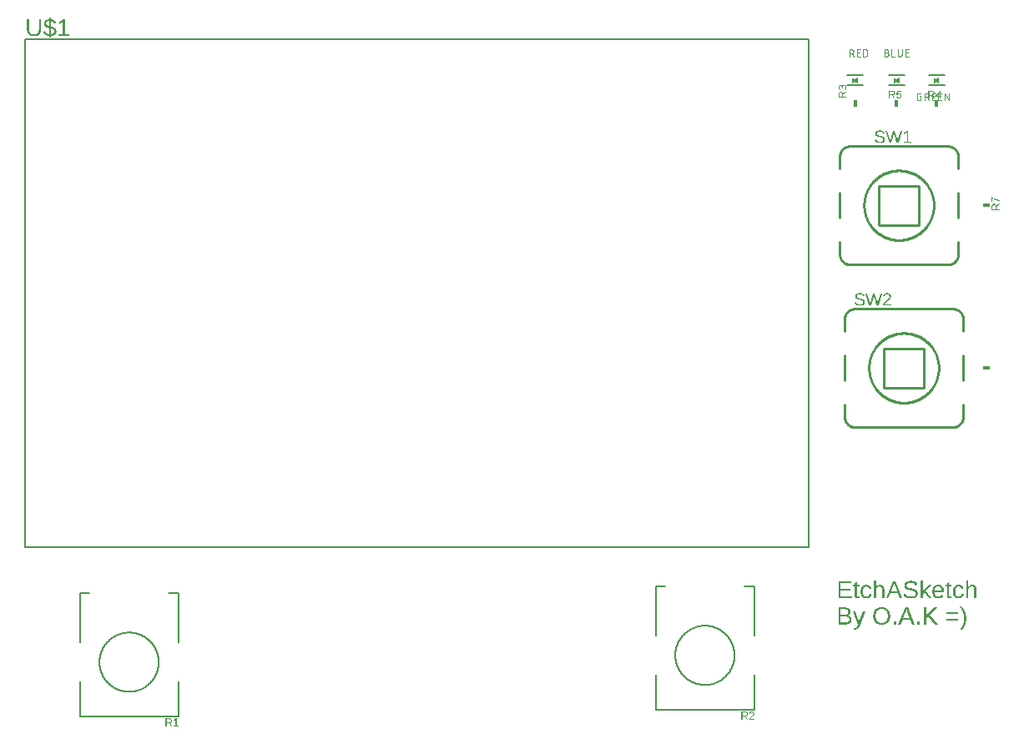
<source format=gbr>
G04 EAGLE Gerber RS-274X export*
G75*
%MOMM*%
%FSLAX34Y34*%
%LPD*%
%INSilkscreen Top*%
%IPPOS*%
%AMOC8*
5,1,8,0,0,1.08239X$1,22.5*%
G01*
G04 Define Apertures*
%ADD10C,0.127000*%
%ADD11C,0.101600*%
%ADD12R,0.406400X0.711200*%
%ADD13C,0.254000*%
%ADD14C,0.152400*%
%ADD15R,0.711200X0.406400*%
G36*
X1127665Y838592D02*
X1132935Y841227D01*
X1132935Y835173D01*
X1127665Y837808D01*
X1127665Y838592D01*
G37*
G36*
X1169893Y838592D02*
X1175163Y841227D01*
X1175163Y835173D01*
X1169893Y837808D01*
X1169893Y838592D01*
G37*
G36*
X1210215Y838592D02*
X1215485Y841227D01*
X1215485Y835173D01*
X1210215Y837808D01*
X1210215Y838592D01*
G37*
G36*
X1176541Y285750D02*
X1174112Y285750D01*
X1181166Y303036D01*
X1183828Y303036D01*
X1190772Y285750D01*
X1188379Y285750D01*
X1186404Y290804D01*
X1178528Y290804D01*
X1176541Y285750D01*
G37*
%LPC*%
G36*
X1185705Y292632D02*
X1183484Y298337D01*
X1183141Y299239D01*
X1182797Y300251D01*
X1182466Y301269D01*
X1182356Y300926D01*
X1181975Y299763D01*
X1181448Y298313D01*
X1179240Y292632D01*
X1185705Y292632D01*
G37*
%LPD*%
G36*
X1126929Y312420D02*
X1113311Y312420D01*
X1113311Y329706D01*
X1126426Y329706D01*
X1126426Y327792D01*
X1115654Y327792D01*
X1115654Y322247D01*
X1125690Y322247D01*
X1125690Y320357D01*
X1115654Y320357D01*
X1115654Y314334D01*
X1126929Y314334D01*
X1126929Y312420D01*
G37*
G36*
X1214685Y312175D02*
X1214322Y312182D01*
X1213971Y312202D01*
X1213630Y312236D01*
X1213300Y312284D01*
X1212982Y312346D01*
X1212674Y312421D01*
X1212377Y312510D01*
X1212092Y312613D01*
X1211817Y312730D01*
X1211553Y312860D01*
X1211300Y313004D01*
X1211058Y313161D01*
X1210827Y313333D01*
X1210608Y313518D01*
X1210399Y313717D01*
X1210201Y313929D01*
X1210014Y314155D01*
X1209840Y314394D01*
X1209677Y314647D01*
X1209527Y314913D01*
X1209389Y315192D01*
X1209262Y315485D01*
X1209148Y315790D01*
X1209046Y316110D01*
X1208956Y316442D01*
X1208878Y316788D01*
X1208811Y317147D01*
X1208757Y317520D01*
X1208715Y317906D01*
X1208685Y318305D01*
X1208667Y318717D01*
X1208661Y319143D01*
X1208667Y319548D01*
X1208685Y319941D01*
X1208715Y320322D01*
X1208757Y320691D01*
X1208811Y321048D01*
X1208878Y321393D01*
X1208956Y321726D01*
X1209046Y322047D01*
X1209148Y322357D01*
X1209262Y322654D01*
X1209389Y322939D01*
X1209527Y323212D01*
X1209677Y323473D01*
X1209840Y323723D01*
X1210014Y323960D01*
X1210201Y324185D01*
X1210398Y324398D01*
X1210606Y324596D01*
X1210824Y324781D01*
X1211053Y324953D01*
X1211292Y325110D01*
X1211541Y325254D01*
X1211800Y325384D01*
X1212070Y325501D01*
X1212350Y325604D01*
X1212640Y325693D01*
X1212941Y325768D01*
X1213252Y325830D01*
X1213573Y325878D01*
X1213905Y325912D01*
X1214247Y325933D01*
X1214599Y325939D01*
X1214959Y325933D01*
X1215307Y325912D01*
X1215645Y325877D01*
X1215970Y325829D01*
X1216285Y325767D01*
X1216588Y325691D01*
X1216879Y325602D01*
X1217159Y325499D01*
X1217428Y325381D01*
X1217685Y325251D01*
X1217930Y325106D01*
X1218165Y324947D01*
X1218388Y324775D01*
X1218599Y324589D01*
X1218799Y324389D01*
X1218988Y324176D01*
X1219165Y323949D01*
X1219331Y323707D01*
X1219485Y323453D01*
X1219628Y323184D01*
X1219759Y322901D01*
X1219879Y322605D01*
X1219988Y322295D01*
X1220085Y321971D01*
X1220171Y321634D01*
X1220245Y321283D01*
X1220308Y320917D01*
X1220359Y320539D01*
X1220428Y319739D01*
X1220451Y318885D01*
X1220451Y318591D01*
X1210980Y318591D01*
X1210994Y318037D01*
X1211039Y317515D01*
X1211113Y317026D01*
X1211216Y316570D01*
X1211349Y316146D01*
X1211511Y315755D01*
X1211703Y315396D01*
X1211924Y315070D01*
X1212174Y314779D01*
X1212451Y314528D01*
X1212755Y314315D01*
X1213087Y314141D01*
X1213445Y314005D01*
X1213831Y313908D01*
X1214244Y313850D01*
X1214685Y313831D01*
X1215035Y313840D01*
X1215367Y313867D01*
X1215681Y313912D01*
X1215977Y313975D01*
X1216256Y314056D01*
X1216517Y314155D01*
X1216760Y314272D01*
X1216985Y314407D01*
X1217192Y314556D01*
X1217383Y314715D01*
X1217555Y314883D01*
X1217710Y315061D01*
X1217848Y315248D01*
X1217968Y315445D01*
X1218071Y315651D01*
X1218157Y315867D01*
X1220095Y315315D01*
X1219934Y314935D01*
X1219750Y314579D01*
X1219542Y314248D01*
X1219311Y313941D01*
X1219055Y313659D01*
X1218776Y313401D01*
X1218474Y313168D01*
X1218147Y312960D01*
X1217797Y312776D01*
X1217424Y312616D01*
X1217026Y312481D01*
X1216605Y312371D01*
X1216161Y312285D01*
X1215692Y312224D01*
X1215200Y312187D01*
X1214685Y312175D01*
G37*
%LPC*%
G36*
X1218169Y320284D02*
X1218112Y320791D01*
X1218033Y321262D01*
X1217932Y321698D01*
X1217810Y322098D01*
X1217666Y322463D01*
X1217499Y322792D01*
X1217311Y323086D01*
X1217102Y323345D01*
X1216869Y323570D01*
X1216612Y323766D01*
X1216330Y323932D01*
X1216025Y324067D01*
X1215695Y324172D01*
X1215342Y324248D01*
X1214964Y324293D01*
X1214562Y324308D01*
X1214171Y324291D01*
X1213800Y324241D01*
X1213451Y324157D01*
X1213122Y324039D01*
X1212814Y323888D01*
X1212527Y323704D01*
X1212261Y323486D01*
X1212016Y323234D01*
X1211795Y322953D01*
X1211601Y322647D01*
X1211434Y322316D01*
X1211294Y321960D01*
X1211181Y321579D01*
X1211095Y321172D01*
X1211036Y320741D01*
X1211004Y320284D01*
X1218169Y320284D01*
G37*
%LPD*%
G36*
X1186746Y312175D02*
X1185977Y312192D01*
X1185250Y312243D01*
X1184564Y312329D01*
X1183919Y312449D01*
X1183316Y312604D01*
X1182755Y312792D01*
X1182235Y313015D01*
X1181756Y313273D01*
X1181319Y313564D01*
X1180924Y313890D01*
X1180570Y314251D01*
X1180257Y314645D01*
X1179986Y315074D01*
X1179757Y315537D01*
X1179569Y316035D01*
X1179422Y316567D01*
X1181692Y317021D01*
X1181804Y316644D01*
X1181943Y316293D01*
X1182110Y315968D01*
X1182305Y315670D01*
X1182528Y315396D01*
X1182777Y315149D01*
X1183055Y314928D01*
X1183360Y314733D01*
X1183694Y314561D01*
X1184056Y314413D01*
X1184447Y314288D01*
X1184866Y314185D01*
X1185314Y314105D01*
X1185792Y314048D01*
X1186297Y314014D01*
X1186832Y314003D01*
X1187383Y314015D01*
X1187902Y314051D01*
X1188389Y314112D01*
X1188843Y314197D01*
X1189264Y314307D01*
X1189653Y314441D01*
X1190010Y314599D01*
X1190335Y314782D01*
X1190624Y314988D01*
X1190874Y315217D01*
X1191086Y315469D01*
X1191259Y315743D01*
X1191394Y316041D01*
X1191491Y316361D01*
X1191548Y316704D01*
X1191568Y317070D01*
X1191562Y317276D01*
X1191543Y317473D01*
X1191513Y317660D01*
X1191471Y317836D01*
X1191350Y318160D01*
X1191181Y318444D01*
X1190968Y318696D01*
X1190716Y318925D01*
X1190425Y319131D01*
X1190095Y319315D01*
X1189729Y319480D01*
X1189329Y319631D01*
X1188895Y319768D01*
X1188427Y319891D01*
X1186280Y320394D01*
X1185317Y320621D01*
X1184478Y320848D01*
X1183762Y321075D01*
X1183170Y321302D01*
X1182667Y321536D01*
X1182221Y321782D01*
X1181830Y322042D01*
X1181495Y322314D01*
X1181207Y322605D01*
X1180954Y322920D01*
X1180738Y323258D01*
X1180557Y323621D01*
X1180415Y324009D01*
X1180313Y324424D01*
X1180252Y324867D01*
X1180232Y325338D01*
X1180239Y325612D01*
X1180258Y325877D01*
X1180292Y326135D01*
X1180338Y326385D01*
X1180398Y326627D01*
X1180471Y326860D01*
X1180657Y327304D01*
X1180896Y327716D01*
X1181188Y328096D01*
X1181533Y328445D01*
X1181931Y328761D01*
X1182379Y329043D01*
X1182872Y329287D01*
X1183412Y329494D01*
X1183997Y329663D01*
X1184628Y329794D01*
X1185304Y329888D01*
X1186027Y329945D01*
X1186795Y329963D01*
X1187510Y329949D01*
X1188181Y329907D01*
X1188809Y329837D01*
X1189393Y329738D01*
X1189934Y329611D01*
X1190432Y329456D01*
X1190886Y329273D01*
X1191298Y329062D01*
X1191673Y328816D01*
X1192018Y328531D01*
X1192335Y328207D01*
X1192623Y327842D01*
X1192881Y327439D01*
X1193110Y326995D01*
X1193310Y326512D01*
X1193481Y325988D01*
X1191175Y325584D01*
X1191069Y325915D01*
X1190942Y326223D01*
X1190793Y326508D01*
X1190623Y326769D01*
X1190431Y327006D01*
X1190218Y327220D01*
X1189983Y327411D01*
X1189727Y327577D01*
X1189448Y327722D01*
X1189142Y327848D01*
X1188811Y327955D01*
X1188455Y328042D01*
X1188072Y328110D01*
X1187664Y328158D01*
X1187230Y328187D01*
X1186771Y328197D01*
X1186268Y328186D01*
X1185795Y328154D01*
X1185354Y328100D01*
X1184943Y328025D01*
X1184563Y327928D01*
X1184213Y327810D01*
X1183894Y327671D01*
X1183606Y327510D01*
X1183350Y327327D01*
X1183128Y327124D01*
X1182940Y326900D01*
X1182787Y326654D01*
X1182667Y326387D01*
X1182582Y326100D01*
X1182531Y325791D01*
X1182514Y325461D01*
X1182520Y325266D01*
X1182540Y325079D01*
X1182573Y324902D01*
X1182620Y324733D01*
X1182679Y324572D01*
X1182752Y324420D01*
X1182937Y324142D01*
X1183172Y323891D01*
X1183454Y323661D01*
X1183782Y323450D01*
X1184158Y323259D01*
X1184655Y323068D01*
X1185351Y322856D01*
X1186244Y322623D01*
X1187335Y322369D01*
X1188924Y321995D01*
X1189698Y321787D01*
X1190439Y321541D01*
X1191140Y321255D01*
X1191795Y320922D01*
X1192100Y320734D01*
X1192385Y320526D01*
X1192649Y320298D01*
X1192893Y320051D01*
X1193113Y319782D01*
X1193308Y319489D01*
X1193478Y319174D01*
X1193622Y318836D01*
X1193738Y318471D01*
X1193820Y318076D01*
X1193870Y317649D01*
X1193886Y317192D01*
X1193879Y316897D01*
X1193857Y316611D01*
X1193820Y316333D01*
X1193769Y316064D01*
X1193704Y315803D01*
X1193623Y315550D01*
X1193528Y315306D01*
X1193419Y315070D01*
X1193294Y314843D01*
X1193155Y314624D01*
X1193002Y314413D01*
X1192834Y314211D01*
X1192454Y313832D01*
X1192015Y313487D01*
X1191524Y313180D01*
X1190984Y312913D01*
X1190397Y312687D01*
X1189763Y312503D01*
X1189080Y312359D01*
X1188350Y312257D01*
X1187572Y312195D01*
X1186746Y312175D01*
G37*
G36*
X1202217Y285750D02*
X1199874Y285750D01*
X1199874Y303036D01*
X1202217Y303036D01*
X1202217Y294374D01*
X1210547Y303036D01*
X1213307Y303036D01*
X1205946Y295528D01*
X1214289Y285750D01*
X1211381Y285750D01*
X1204474Y294092D01*
X1202217Y292375D01*
X1202217Y285750D01*
G37*
G36*
X1151482Y312420D02*
X1149273Y312420D01*
X1149273Y330626D01*
X1151482Y330626D01*
X1151482Y325890D01*
X1151471Y325130D01*
X1151439Y324345D01*
X1151383Y323424D01*
X1151420Y323424D01*
X1151603Y323739D01*
X1151794Y324031D01*
X1151994Y324302D01*
X1152204Y324552D01*
X1152422Y324779D01*
X1152650Y324985D01*
X1152886Y325169D01*
X1153132Y325332D01*
X1153390Y325474D01*
X1153665Y325598D01*
X1153957Y325702D01*
X1154265Y325788D01*
X1154590Y325854D01*
X1154932Y325901D01*
X1155290Y325930D01*
X1155665Y325939D01*
X1156187Y325923D01*
X1156674Y325872D01*
X1157125Y325788D01*
X1157540Y325671D01*
X1157921Y325520D01*
X1158265Y325336D01*
X1158575Y325118D01*
X1158849Y324866D01*
X1159089Y324575D01*
X1159297Y324238D01*
X1159473Y323856D01*
X1159617Y323429D01*
X1159729Y322956D01*
X1159809Y322438D01*
X1159857Y321874D01*
X1159873Y321265D01*
X1159873Y312420D01*
X1157652Y312420D01*
X1157652Y320836D01*
X1157636Y321490D01*
X1157588Y322055D01*
X1157507Y322530D01*
X1157395Y322915D01*
X1157245Y323233D01*
X1157054Y323506D01*
X1156822Y323733D01*
X1156548Y323915D01*
X1156225Y324055D01*
X1155846Y324154D01*
X1155410Y324214D01*
X1154917Y324234D01*
X1154537Y324217D01*
X1154176Y324167D01*
X1153835Y324082D01*
X1153513Y323964D01*
X1153211Y323812D01*
X1152928Y323627D01*
X1152664Y323408D01*
X1152420Y323155D01*
X1152200Y322873D01*
X1152009Y322568D01*
X1151848Y322240D01*
X1151716Y321888D01*
X1151614Y321513D01*
X1151540Y321114D01*
X1151496Y320692D01*
X1151482Y320247D01*
X1151482Y312420D01*
G37*
G36*
X1245044Y312420D02*
X1242836Y312420D01*
X1242836Y330626D01*
X1245044Y330626D01*
X1245044Y325890D01*
X1245033Y325130D01*
X1245001Y324345D01*
X1244946Y323424D01*
X1244983Y323424D01*
X1245165Y323739D01*
X1245357Y324031D01*
X1245557Y324302D01*
X1245766Y324552D01*
X1245985Y324779D01*
X1246212Y324985D01*
X1246449Y325169D01*
X1246694Y325332D01*
X1246952Y325474D01*
X1247227Y325598D01*
X1247519Y325702D01*
X1247827Y325788D01*
X1248152Y325854D01*
X1248494Y325901D01*
X1248852Y325930D01*
X1249227Y325939D01*
X1249750Y325923D01*
X1250236Y325872D01*
X1250687Y325788D01*
X1251103Y325671D01*
X1251483Y325520D01*
X1251828Y325336D01*
X1252137Y325118D01*
X1252411Y324866D01*
X1252651Y324575D01*
X1252859Y324238D01*
X1253035Y323856D01*
X1253179Y323429D01*
X1253291Y322956D01*
X1253371Y322438D01*
X1253419Y321874D01*
X1253435Y321265D01*
X1253435Y312420D01*
X1251215Y312420D01*
X1251215Y320836D01*
X1251199Y321490D01*
X1251150Y322055D01*
X1251070Y322530D01*
X1250957Y322915D01*
X1250808Y323233D01*
X1250617Y323506D01*
X1250385Y323733D01*
X1250111Y323915D01*
X1249788Y324055D01*
X1249408Y324154D01*
X1248972Y324214D01*
X1248479Y324234D01*
X1248099Y324217D01*
X1247739Y324167D01*
X1247398Y324082D01*
X1247076Y323964D01*
X1246774Y323812D01*
X1246491Y323627D01*
X1246227Y323408D01*
X1245983Y323155D01*
X1245763Y322873D01*
X1245572Y322568D01*
X1245411Y322240D01*
X1245279Y321888D01*
X1245176Y321513D01*
X1245103Y321114D01*
X1245059Y320692D01*
X1245044Y320247D01*
X1245044Y312420D01*
G37*
G36*
X1198932Y312420D02*
X1196724Y312420D01*
X1196724Y330626D01*
X1198932Y330626D01*
X1198932Y319253D01*
X1204760Y325694D01*
X1207348Y325694D01*
X1201963Y319989D01*
X1207631Y312420D01*
X1205042Y312420D01*
X1200552Y318480D01*
X1198932Y317143D01*
X1198932Y312420D01*
G37*
G36*
X1130343Y280536D02*
X1129908Y280545D01*
X1129509Y280570D01*
X1129147Y280612D01*
X1128822Y280671D01*
X1128822Y282327D01*
X1129313Y282272D01*
X1129852Y282254D01*
X1130107Y282265D01*
X1130354Y282301D01*
X1130595Y282360D01*
X1130829Y282443D01*
X1131057Y282550D01*
X1131277Y282680D01*
X1131492Y282834D01*
X1131699Y283011D01*
X1131899Y283212D01*
X1132093Y283437D01*
X1132281Y283686D01*
X1132461Y283958D01*
X1132635Y284254D01*
X1132802Y284574D01*
X1132962Y284917D01*
X1133116Y285284D01*
X1133324Y285811D01*
X1128061Y299024D01*
X1130417Y299024D01*
X1133214Y291688D01*
X1133361Y291277D01*
X1133913Y289676D01*
X1134272Y288615D01*
X1134416Y288155D01*
X1135275Y290571D01*
X1138182Y299024D01*
X1140513Y299024D01*
X1135410Y285750D01*
X1135006Y284757D01*
X1134616Y283899D01*
X1134239Y283177D01*
X1133876Y282591D01*
X1133511Y282106D01*
X1133127Y281686D01*
X1132723Y281333D01*
X1132514Y281181D01*
X1132300Y281045D01*
X1132080Y280926D01*
X1131853Y280822D01*
X1131619Y280735D01*
X1131378Y280663D01*
X1131130Y280608D01*
X1130875Y280568D01*
X1130613Y280544D01*
X1130343Y280536D01*
G37*
G36*
X1141753Y312175D02*
X1141410Y312182D01*
X1141077Y312202D01*
X1140755Y312237D01*
X1140443Y312285D01*
X1140141Y312347D01*
X1139850Y312422D01*
X1139569Y312512D01*
X1139298Y312615D01*
X1139037Y312732D01*
X1138787Y312862D01*
X1138547Y313007D01*
X1138318Y313165D01*
X1138098Y313337D01*
X1137889Y313522D01*
X1137691Y313722D01*
X1137502Y313935D01*
X1137325Y314161D01*
X1137159Y314400D01*
X1137004Y314652D01*
X1136861Y314916D01*
X1136729Y315193D01*
X1136609Y315482D01*
X1136500Y315784D01*
X1136403Y316099D01*
X1136242Y316766D01*
X1136128Y317483D01*
X1136059Y318251D01*
X1136036Y319069D01*
X1136059Y319882D01*
X1136128Y320645D01*
X1136243Y321358D01*
X1136404Y322021D01*
X1136502Y322334D01*
X1136611Y322635D01*
X1136732Y322924D01*
X1136864Y323199D01*
X1137008Y323463D01*
X1137163Y323714D01*
X1137330Y323953D01*
X1137508Y324179D01*
X1137697Y324392D01*
X1137896Y324592D01*
X1138105Y324777D01*
X1138324Y324949D01*
X1138553Y325107D01*
X1138792Y325252D01*
X1139041Y325382D01*
X1139299Y325499D01*
X1139568Y325602D01*
X1139847Y325692D01*
X1140136Y325767D01*
X1140434Y325829D01*
X1140743Y325878D01*
X1141061Y325912D01*
X1141390Y325933D01*
X1141728Y325939D01*
X1142227Y325923D01*
X1142703Y325873D01*
X1143158Y325791D01*
X1143592Y325676D01*
X1144003Y325527D01*
X1144393Y325346D01*
X1144762Y325132D01*
X1145108Y324884D01*
X1145429Y324608D01*
X1145717Y324307D01*
X1145975Y323981D01*
X1146202Y323630D01*
X1146397Y323254D01*
X1146561Y322853D01*
X1146694Y322427D01*
X1146795Y321977D01*
X1144526Y321805D01*
X1144474Y322074D01*
X1144407Y322329D01*
X1144323Y322569D01*
X1144222Y322796D01*
X1144105Y323008D01*
X1143971Y323206D01*
X1143821Y323390D01*
X1143655Y323559D01*
X1143471Y323712D01*
X1143268Y323844D01*
X1143047Y323956D01*
X1142808Y324047D01*
X1142550Y324118D01*
X1142274Y324169D01*
X1141980Y324199D01*
X1141667Y324210D01*
X1141244Y324191D01*
X1140851Y324137D01*
X1140488Y324046D01*
X1140155Y323918D01*
X1139853Y323754D01*
X1139581Y323554D01*
X1139339Y323317D01*
X1139128Y323044D01*
X1138944Y322728D01*
X1138784Y322362D01*
X1138649Y321946D01*
X1138539Y321480D01*
X1138453Y320964D01*
X1138392Y320399D01*
X1138355Y319784D01*
X1138342Y319118D01*
X1138356Y318477D01*
X1138395Y317879D01*
X1138460Y317324D01*
X1138551Y316812D01*
X1138668Y316343D01*
X1138812Y315916D01*
X1138981Y315533D01*
X1139177Y315193D01*
X1139398Y314894D01*
X1139647Y314634D01*
X1139921Y314415D01*
X1140223Y314236D01*
X1140550Y314096D01*
X1140904Y313996D01*
X1141285Y313937D01*
X1141692Y313917D01*
X1141980Y313927D01*
X1142256Y313957D01*
X1142521Y314006D01*
X1142773Y314076D01*
X1143013Y314166D01*
X1143241Y314276D01*
X1143457Y314405D01*
X1143661Y314555D01*
X1143849Y314725D01*
X1144018Y314917D01*
X1144169Y315130D01*
X1144300Y315364D01*
X1144413Y315620D01*
X1144506Y315898D01*
X1144580Y316197D01*
X1144636Y316518D01*
X1146869Y316370D01*
X1146787Y315904D01*
X1146670Y315462D01*
X1146519Y315044D01*
X1146332Y314650D01*
X1146111Y314280D01*
X1145854Y313934D01*
X1145563Y313613D01*
X1145237Y313316D01*
X1144882Y313048D01*
X1144504Y312816D01*
X1144103Y312620D01*
X1143679Y312460D01*
X1143232Y312335D01*
X1142762Y312246D01*
X1142269Y312192D01*
X1141753Y312175D01*
G37*
G36*
X1235315Y312175D02*
X1234973Y312182D01*
X1234640Y312202D01*
X1234318Y312237D01*
X1234005Y312285D01*
X1233704Y312347D01*
X1233412Y312422D01*
X1233131Y312512D01*
X1232860Y312615D01*
X1232600Y312732D01*
X1232350Y312862D01*
X1232110Y313007D01*
X1231880Y313165D01*
X1231661Y313337D01*
X1231452Y313522D01*
X1231253Y313722D01*
X1231065Y313935D01*
X1230887Y314161D01*
X1230721Y314400D01*
X1230566Y314652D01*
X1230423Y314916D01*
X1230292Y315193D01*
X1230171Y315482D01*
X1230062Y315784D01*
X1229965Y316099D01*
X1229805Y316766D01*
X1229690Y317483D01*
X1229621Y318251D01*
X1229599Y319069D01*
X1229622Y319882D01*
X1229691Y320645D01*
X1229806Y321358D01*
X1229967Y322021D01*
X1230064Y322334D01*
X1230174Y322635D01*
X1230294Y322924D01*
X1230427Y323199D01*
X1230570Y323463D01*
X1230726Y323714D01*
X1230892Y323953D01*
X1231071Y324179D01*
X1231260Y324392D01*
X1231459Y324592D01*
X1231668Y324777D01*
X1231887Y324949D01*
X1232115Y325107D01*
X1232354Y325252D01*
X1232603Y325382D01*
X1232862Y325499D01*
X1233131Y325602D01*
X1233409Y325692D01*
X1233698Y325767D01*
X1233997Y325829D01*
X1234305Y325878D01*
X1234624Y325912D01*
X1234952Y325933D01*
X1235291Y325939D01*
X1235789Y325923D01*
X1236266Y325873D01*
X1236721Y325791D01*
X1237154Y325676D01*
X1237566Y325527D01*
X1237956Y325346D01*
X1238324Y325132D01*
X1238671Y324884D01*
X1238991Y324608D01*
X1239280Y324307D01*
X1239538Y323981D01*
X1239764Y323630D01*
X1239959Y323254D01*
X1240123Y322853D01*
X1240256Y322427D01*
X1240358Y321977D01*
X1238088Y321805D01*
X1238037Y322074D01*
X1237969Y322329D01*
X1237885Y322569D01*
X1237784Y322796D01*
X1237667Y323008D01*
X1237534Y323206D01*
X1237384Y323390D01*
X1237217Y323559D01*
X1237033Y323712D01*
X1236831Y323844D01*
X1236610Y323956D01*
X1236371Y324047D01*
X1236113Y324118D01*
X1235837Y324169D01*
X1235542Y324199D01*
X1235230Y324210D01*
X1234806Y324191D01*
X1234413Y324137D01*
X1234050Y324046D01*
X1233718Y323918D01*
X1233415Y323754D01*
X1233143Y323554D01*
X1232902Y323317D01*
X1232690Y323044D01*
X1232506Y322728D01*
X1232347Y322362D01*
X1232212Y321946D01*
X1232101Y321480D01*
X1232015Y320964D01*
X1231954Y320399D01*
X1231917Y319784D01*
X1231905Y319118D01*
X1231918Y318477D01*
X1231957Y317879D01*
X1232022Y317324D01*
X1232114Y316812D01*
X1232231Y316343D01*
X1232374Y315916D01*
X1232544Y315533D01*
X1232739Y315193D01*
X1232961Y314894D01*
X1233209Y314634D01*
X1233484Y314415D01*
X1233785Y314236D01*
X1234113Y314096D01*
X1234467Y313996D01*
X1234847Y313937D01*
X1235254Y313917D01*
X1235543Y313927D01*
X1235819Y313957D01*
X1236083Y314006D01*
X1236335Y314076D01*
X1236575Y314166D01*
X1236803Y314276D01*
X1237019Y314405D01*
X1237223Y314555D01*
X1237412Y314725D01*
X1237581Y314917D01*
X1237731Y315130D01*
X1237863Y315364D01*
X1237975Y315620D01*
X1238069Y315898D01*
X1238143Y316197D01*
X1238198Y316518D01*
X1240431Y316370D01*
X1240349Y315904D01*
X1240233Y315462D01*
X1240081Y315044D01*
X1239895Y314650D01*
X1239673Y314280D01*
X1239417Y313934D01*
X1239126Y313613D01*
X1238800Y313316D01*
X1238445Y313048D01*
X1238067Y312816D01*
X1237666Y312620D01*
X1237242Y312460D01*
X1236795Y312335D01*
X1236325Y312246D01*
X1235832Y312192D01*
X1235315Y312175D01*
G37*
G36*
X1238501Y280548D02*
X1236366Y280548D01*
X1236923Y281197D01*
X1237442Y281854D01*
X1237922Y282519D01*
X1238363Y283194D01*
X1238765Y283877D01*
X1239129Y284568D01*
X1239453Y285268D01*
X1239740Y285977D01*
X1239990Y286699D01*
X1240207Y287439D01*
X1240390Y288196D01*
X1240540Y288972D01*
X1240657Y289765D01*
X1240740Y290576D01*
X1240790Y291405D01*
X1240807Y292252D01*
X1240790Y293099D01*
X1240740Y293928D01*
X1240656Y294740D01*
X1240539Y295534D01*
X1240388Y296310D01*
X1240203Y297069D01*
X1239985Y297810D01*
X1239734Y298533D01*
X1239446Y299243D01*
X1239121Y299944D01*
X1238757Y300636D01*
X1238355Y301318D01*
X1237915Y301991D01*
X1237437Y302655D01*
X1236920Y303310D01*
X1236366Y303956D01*
X1238501Y303956D01*
X1239061Y303325D01*
X1239584Y302684D01*
X1240069Y302033D01*
X1240516Y301372D01*
X1240925Y300700D01*
X1241295Y300019D01*
X1241628Y299327D01*
X1241923Y298625D01*
X1242182Y297908D01*
X1242406Y297168D01*
X1242596Y296407D01*
X1242751Y295624D01*
X1242872Y294820D01*
X1242959Y293994D01*
X1243010Y293146D01*
X1243028Y292277D01*
X1243028Y292228D01*
X1243010Y291352D01*
X1242958Y290500D01*
X1242871Y289670D01*
X1242750Y288863D01*
X1242594Y288078D01*
X1242403Y287316D01*
X1242177Y286577D01*
X1241917Y285860D01*
X1241621Y285160D01*
X1241287Y284470D01*
X1240916Y283791D01*
X1240508Y283122D01*
X1240062Y282463D01*
X1239579Y281814D01*
X1239059Y281176D01*
X1238501Y280548D01*
G37*
G36*
X1132564Y312224D02*
X1132243Y312235D01*
X1131943Y312271D01*
X1131663Y312329D01*
X1131404Y312412D01*
X1131166Y312517D01*
X1130949Y312646D01*
X1130752Y312799D01*
X1130576Y312975D01*
X1130421Y313175D01*
X1130286Y313398D01*
X1130173Y313644D01*
X1130079Y313914D01*
X1130007Y314208D01*
X1129955Y314525D01*
X1129924Y314865D01*
X1129914Y315229D01*
X1129914Y324087D01*
X1128380Y324087D01*
X1128380Y325694D01*
X1130000Y325694D01*
X1130650Y328663D01*
X1132122Y328663D01*
X1132122Y325694D01*
X1134576Y325694D01*
X1134576Y324087D01*
X1132122Y324087D01*
X1132122Y315708D01*
X1132142Y315265D01*
X1132200Y314894D01*
X1132244Y314735D01*
X1132298Y314593D01*
X1132362Y314470D01*
X1132435Y314364D01*
X1132520Y314274D01*
X1132620Y314195D01*
X1132734Y314129D01*
X1132863Y314075D01*
X1133006Y314032D01*
X1133163Y314002D01*
X1133335Y313984D01*
X1133521Y313978D01*
X1133766Y313989D01*
X1134060Y314021D01*
X1134797Y314150D01*
X1134797Y312518D01*
X1134248Y312389D01*
X1133692Y312297D01*
X1133131Y312242D01*
X1132564Y312224D01*
G37*
G36*
X1226126Y312224D02*
X1225805Y312235D01*
X1225505Y312271D01*
X1225226Y312329D01*
X1224967Y312412D01*
X1224729Y312517D01*
X1224511Y312646D01*
X1224315Y312799D01*
X1224139Y312975D01*
X1223984Y313175D01*
X1223849Y313398D01*
X1223735Y313644D01*
X1223642Y313914D01*
X1223569Y314208D01*
X1223518Y314525D01*
X1223487Y314865D01*
X1223476Y315229D01*
X1223476Y324087D01*
X1221943Y324087D01*
X1221943Y325694D01*
X1223562Y325694D01*
X1224212Y328663D01*
X1225685Y328663D01*
X1225685Y325694D01*
X1228138Y325694D01*
X1228138Y324087D01*
X1225685Y324087D01*
X1225685Y315708D01*
X1225704Y315265D01*
X1225763Y314894D01*
X1225807Y314735D01*
X1225861Y314593D01*
X1225924Y314470D01*
X1225997Y314364D01*
X1226083Y314274D01*
X1226183Y314195D01*
X1226297Y314129D01*
X1226425Y314075D01*
X1226568Y314032D01*
X1226725Y314002D01*
X1226897Y313984D01*
X1227083Y313978D01*
X1227328Y313989D01*
X1227623Y314021D01*
X1228359Y314150D01*
X1228359Y312518D01*
X1227810Y312389D01*
X1227255Y312297D01*
X1226694Y312242D01*
X1226126Y312224D01*
G37*
G36*
X1234965Y289970D02*
X1222758Y289970D01*
X1222758Y291786D01*
X1234965Y291786D01*
X1234965Y289970D01*
G37*
G36*
X1234965Y296251D02*
X1222758Y296251D01*
X1222758Y298067D01*
X1234965Y298067D01*
X1234965Y296251D01*
G37*
G36*
X1171780Y285750D02*
X1169388Y285750D01*
X1169388Y288437D01*
X1171780Y288437D01*
X1171780Y285750D01*
G37*
G36*
X1195499Y285750D02*
X1193107Y285750D01*
X1193107Y288437D01*
X1195499Y288437D01*
X1195499Y285750D01*
G37*
G36*
X1163978Y312420D02*
X1161549Y312420D01*
X1168603Y329706D01*
X1171265Y329706D01*
X1178209Y312420D01*
X1175817Y312420D01*
X1173842Y317474D01*
X1165966Y317474D01*
X1163978Y312420D01*
G37*
%LPC*%
G36*
X1173142Y319302D02*
X1170922Y325007D01*
X1170578Y325909D01*
X1170235Y326921D01*
X1169904Y327939D01*
X1169793Y327596D01*
X1169413Y326433D01*
X1168885Y324983D01*
X1166677Y319302D01*
X1173142Y319302D01*
G37*
%LPD*%
G36*
X1157284Y285505D02*
X1156630Y285522D01*
X1155999Y285572D01*
X1155390Y285656D01*
X1154805Y285775D01*
X1154242Y285926D01*
X1153702Y286112D01*
X1153184Y286331D01*
X1152690Y286584D01*
X1152221Y286869D01*
X1151781Y287184D01*
X1151369Y287529D01*
X1150986Y287905D01*
X1150632Y288310D01*
X1150306Y288745D01*
X1150008Y289211D01*
X1149740Y289706D01*
X1149501Y290228D01*
X1149294Y290770D01*
X1149119Y291334D01*
X1148976Y291919D01*
X1148864Y292526D01*
X1148785Y293153D01*
X1148737Y293802D01*
X1148721Y294473D01*
X1148730Y294984D01*
X1148757Y295481D01*
X1148801Y295964D01*
X1148863Y296433D01*
X1148943Y296888D01*
X1149040Y297328D01*
X1149156Y297755D01*
X1149289Y298167D01*
X1149439Y298565D01*
X1149608Y298949D01*
X1149794Y299319D01*
X1149998Y299675D01*
X1150220Y300016D01*
X1150459Y300344D01*
X1150716Y300657D01*
X1150991Y300956D01*
X1151281Y301239D01*
X1151586Y301504D01*
X1151904Y301751D01*
X1152237Y301979D01*
X1152583Y302189D01*
X1152943Y302380D01*
X1153317Y302554D01*
X1153705Y302709D01*
X1154107Y302846D01*
X1154523Y302965D01*
X1154952Y303065D01*
X1155396Y303147D01*
X1155853Y303211D01*
X1156325Y303257D01*
X1156810Y303284D01*
X1157309Y303293D01*
X1157957Y303277D01*
X1158584Y303228D01*
X1159189Y303146D01*
X1159772Y303031D01*
X1160333Y302884D01*
X1160872Y302703D01*
X1161389Y302490D01*
X1161885Y302244D01*
X1162355Y301967D01*
X1162797Y301661D01*
X1163210Y301324D01*
X1163595Y300958D01*
X1163951Y300562D01*
X1164278Y300136D01*
X1164577Y299681D01*
X1164848Y299196D01*
X1165088Y298685D01*
X1165296Y298151D01*
X1165472Y297594D01*
X1165616Y297015D01*
X1165728Y296413D01*
X1165808Y295789D01*
X1165856Y295142D01*
X1165872Y294473D01*
X1165856Y293805D01*
X1165807Y293159D01*
X1165726Y292534D01*
X1165613Y291930D01*
X1165467Y291347D01*
X1165289Y290785D01*
X1165078Y290245D01*
X1164835Y289725D01*
X1164562Y289230D01*
X1164261Y288766D01*
X1163931Y288330D01*
X1163573Y287925D01*
X1163187Y287548D01*
X1162773Y287201D01*
X1162331Y286884D01*
X1161860Y286596D01*
X1161365Y286341D01*
X1160847Y286119D01*
X1160308Y285931D01*
X1159747Y285778D01*
X1159164Y285658D01*
X1158559Y285573D01*
X1157933Y285522D01*
X1157284Y285505D01*
G37*
%LPC*%
G36*
X1157284Y287406D02*
X1157653Y287413D01*
X1158011Y287435D01*
X1158358Y287471D01*
X1158694Y287522D01*
X1159019Y287586D01*
X1159334Y287666D01*
X1159637Y287760D01*
X1159930Y287868D01*
X1160211Y287990D01*
X1160482Y288127D01*
X1160742Y288279D01*
X1160991Y288445D01*
X1161229Y288625D01*
X1161457Y288820D01*
X1161673Y289029D01*
X1161879Y289253D01*
X1162073Y289489D01*
X1162254Y289738D01*
X1162423Y289999D01*
X1162579Y290271D01*
X1162723Y290556D01*
X1162854Y290852D01*
X1162973Y291160D01*
X1163079Y291481D01*
X1163173Y291813D01*
X1163255Y292157D01*
X1163323Y292513D01*
X1163380Y292881D01*
X1163423Y293261D01*
X1163455Y293653D01*
X1163473Y294057D01*
X1163480Y294473D01*
X1163473Y294870D01*
X1163455Y295258D01*
X1163423Y295634D01*
X1163379Y295999D01*
X1163322Y296354D01*
X1163253Y296698D01*
X1163171Y297030D01*
X1163076Y297353D01*
X1162969Y297664D01*
X1162850Y297964D01*
X1162717Y298254D01*
X1162572Y298533D01*
X1162415Y298800D01*
X1162245Y299058D01*
X1162062Y299304D01*
X1161866Y299539D01*
X1161660Y299762D01*
X1161442Y299971D01*
X1161215Y300165D01*
X1160977Y300344D01*
X1160728Y300510D01*
X1160469Y300661D01*
X1160200Y300797D01*
X1159920Y300919D01*
X1159630Y301027D01*
X1159330Y301121D01*
X1159019Y301200D01*
X1158698Y301265D01*
X1158366Y301315D01*
X1158024Y301351D01*
X1157672Y301372D01*
X1157309Y301380D01*
X1156943Y301372D01*
X1156588Y301351D01*
X1156243Y301316D01*
X1155909Y301266D01*
X1155585Y301202D01*
X1155272Y301124D01*
X1154969Y301032D01*
X1154677Y300926D01*
X1154396Y300805D01*
X1154125Y300670D01*
X1153865Y300521D01*
X1153615Y300358D01*
X1153375Y300181D01*
X1153147Y299989D01*
X1152928Y299784D01*
X1152721Y299564D01*
X1152525Y299331D01*
X1152341Y299087D01*
X1152170Y298832D01*
X1152012Y298565D01*
X1151867Y298286D01*
X1151734Y297997D01*
X1151614Y297696D01*
X1151506Y297383D01*
X1151411Y297059D01*
X1151329Y296724D01*
X1151259Y296377D01*
X1151202Y296019D01*
X1151158Y295650D01*
X1151127Y295269D01*
X1151108Y294876D01*
X1151101Y294473D01*
X1151108Y294071D01*
X1151127Y293681D01*
X1151159Y293301D01*
X1151204Y292931D01*
X1151261Y292572D01*
X1151332Y292223D01*
X1151415Y291885D01*
X1151511Y291557D01*
X1151619Y291240D01*
X1151741Y290934D01*
X1151875Y290637D01*
X1152023Y290352D01*
X1152182Y290076D01*
X1152355Y289812D01*
X1152541Y289558D01*
X1152739Y289314D01*
X1152949Y289083D01*
X1153168Y288867D01*
X1153398Y288666D01*
X1153637Y288479D01*
X1153887Y288308D01*
X1154146Y288151D01*
X1154415Y288010D01*
X1154694Y287883D01*
X1154983Y287771D01*
X1155282Y287674D01*
X1155591Y287592D01*
X1155910Y287525D01*
X1156239Y287473D01*
X1156577Y287436D01*
X1156926Y287414D01*
X1157284Y287406D01*
G37*
%LPD*%
G36*
X1120328Y285750D02*
X1113311Y285750D01*
X1113311Y303036D01*
X1119592Y303036D01*
X1120329Y303019D01*
X1121018Y302970D01*
X1121660Y302888D01*
X1122254Y302773D01*
X1122801Y302626D01*
X1123300Y302446D01*
X1123752Y302233D01*
X1124156Y301987D01*
X1124513Y301708D01*
X1124822Y301397D01*
X1125083Y301053D01*
X1125297Y300676D01*
X1125463Y300266D01*
X1125582Y299823D01*
X1125653Y299348D01*
X1125671Y299098D01*
X1125677Y298840D01*
X1125664Y298464D01*
X1125624Y298104D01*
X1125556Y297759D01*
X1125463Y297429D01*
X1125342Y297115D01*
X1125194Y296816D01*
X1125020Y296532D01*
X1124818Y296264D01*
X1124593Y296014D01*
X1124453Y295886D01*
X1124345Y295785D01*
X1124074Y295578D01*
X1123782Y295393D01*
X1123467Y295229D01*
X1123130Y295086D01*
X1122771Y294965D01*
X1122389Y294865D01*
X1122890Y294790D01*
X1123361Y294687D01*
X1123802Y294556D01*
X1124214Y294397D01*
X1124597Y294211D01*
X1124950Y293997D01*
X1125273Y293755D01*
X1125409Y293630D01*
X1125567Y293485D01*
X1125828Y293192D01*
X1126055Y292880D01*
X1126247Y292550D01*
X1126404Y292201D01*
X1126526Y291834D01*
X1126613Y291448D01*
X1126666Y291044D01*
X1126683Y290620D01*
X1126677Y290336D01*
X1126657Y290060D01*
X1126624Y289792D01*
X1126578Y289531D01*
X1126519Y289279D01*
X1126447Y289035D01*
X1126263Y288570D01*
X1126027Y288138D01*
X1125738Y287737D01*
X1125396Y287369D01*
X1125003Y287032D01*
X1124562Y286732D01*
X1124080Y286471D01*
X1123557Y286251D01*
X1122994Y286071D01*
X1122389Y285930D01*
X1121743Y285830D01*
X1121056Y285770D01*
X1120328Y285750D01*
G37*
%LPC*%
G36*
X1120206Y287627D02*
X1120724Y287639D01*
X1121206Y287677D01*
X1121652Y287739D01*
X1122061Y287826D01*
X1122434Y287939D01*
X1122770Y288076D01*
X1123070Y288238D01*
X1123334Y288424D01*
X1123564Y288636D01*
X1123763Y288872D01*
X1123932Y289133D01*
X1124070Y289418D01*
X1124177Y289728D01*
X1124254Y290062D01*
X1124300Y290421D01*
X1124315Y290804D01*
X1124299Y291174D01*
X1124248Y291520D01*
X1124165Y291843D01*
X1124047Y292141D01*
X1123896Y292415D01*
X1123712Y292666D01*
X1123494Y292893D01*
X1123242Y293096D01*
X1122957Y293274D01*
X1122638Y293430D01*
X1122286Y293561D01*
X1121900Y293668D01*
X1121481Y293752D01*
X1121028Y293811D01*
X1120542Y293847D01*
X1120022Y293859D01*
X1115654Y293859D01*
X1115654Y287627D01*
X1120206Y287627D01*
G37*
G36*
X1119592Y295687D02*
X1120047Y295698D01*
X1120471Y295731D01*
X1120866Y295786D01*
X1121232Y295863D01*
X1121567Y295963D01*
X1121873Y296084D01*
X1122149Y296227D01*
X1122396Y296393D01*
X1122613Y296581D01*
X1122801Y296792D01*
X1122960Y297028D01*
X1123090Y297287D01*
X1123192Y297569D01*
X1123264Y297875D01*
X1123307Y298205D01*
X1123322Y298558D01*
X1123307Y298895D01*
X1123262Y299207D01*
X1123187Y299495D01*
X1123083Y299757D01*
X1122948Y299995D01*
X1122784Y300207D01*
X1122589Y300395D01*
X1122365Y300558D01*
X1122112Y300698D01*
X1121833Y300821D01*
X1121526Y300924D01*
X1121193Y301008D01*
X1120833Y301074D01*
X1120446Y301121D01*
X1120033Y301149D01*
X1119592Y301159D01*
X1115654Y301159D01*
X1115654Y295687D01*
X1119592Y295687D01*
G37*
%LPD*%
G36*
X431850Y182372D02*
X430781Y182372D01*
X430781Y190262D01*
X434493Y190262D01*
X434817Y190253D01*
X435122Y190225D01*
X435408Y190178D01*
X435674Y190113D01*
X435922Y190029D01*
X436151Y189927D01*
X436361Y189806D01*
X436551Y189666D01*
X436721Y189510D01*
X436869Y189339D01*
X436993Y189153D01*
X437095Y188953D01*
X437175Y188738D01*
X437231Y188508D01*
X437265Y188264D01*
X437277Y188006D01*
X437269Y187790D01*
X437245Y187583D01*
X437205Y187386D01*
X437149Y187196D01*
X437076Y187016D01*
X436988Y186844D01*
X436884Y186681D01*
X436764Y186527D01*
X436630Y186384D01*
X436484Y186255D01*
X436325Y186140D01*
X436254Y186098D01*
X436155Y186039D01*
X435972Y185951D01*
X435777Y185877D01*
X435570Y185817D01*
X435350Y185771D01*
X436304Y184324D01*
X437590Y182372D01*
X436358Y182372D01*
X434309Y185648D01*
X431850Y185648D01*
X431850Y182372D01*
G37*
%LPC*%
G36*
X434432Y186494D02*
X434637Y186500D01*
X434831Y186518D01*
X435012Y186549D01*
X435182Y186592D01*
X435339Y186648D01*
X435484Y186716D01*
X435618Y186796D01*
X435739Y186888D01*
X435848Y186992D01*
X435942Y187106D01*
X436021Y187229D01*
X436086Y187362D01*
X436136Y187505D01*
X436173Y187659D01*
X436194Y187822D01*
X436201Y187994D01*
X436194Y188161D01*
X436172Y188318D01*
X436136Y188465D01*
X436085Y188601D01*
X436019Y188727D01*
X435938Y188843D01*
X435843Y188949D01*
X435734Y189044D01*
X435610Y189129D01*
X435474Y189202D01*
X435163Y189315D01*
X434801Y189383D01*
X434387Y189406D01*
X431850Y189406D01*
X431850Y186494D01*
X434432Y186494D01*
G37*
%LPD*%
G36*
X443939Y182372D02*
X438995Y182372D01*
X438995Y183229D01*
X441005Y183229D01*
X441005Y189299D01*
X439224Y188028D01*
X439224Y188980D01*
X441089Y190262D01*
X442019Y190262D01*
X442019Y183229D01*
X443939Y183229D01*
X443939Y182372D01*
G37*
G36*
X1016050Y189310D02*
X1014981Y189310D01*
X1014981Y197200D01*
X1018693Y197200D01*
X1019017Y197191D01*
X1019322Y197163D01*
X1019608Y197116D01*
X1019874Y197051D01*
X1020122Y196967D01*
X1020351Y196865D01*
X1020561Y196744D01*
X1020751Y196604D01*
X1020921Y196448D01*
X1021069Y196277D01*
X1021193Y196091D01*
X1021295Y195891D01*
X1021375Y195676D01*
X1021431Y195446D01*
X1021465Y195202D01*
X1021477Y194944D01*
X1021469Y194728D01*
X1021445Y194521D01*
X1021405Y194324D01*
X1021349Y194134D01*
X1021276Y193954D01*
X1021188Y193782D01*
X1021084Y193619D01*
X1020964Y193465D01*
X1020830Y193322D01*
X1020684Y193193D01*
X1020525Y193078D01*
X1020454Y193036D01*
X1020355Y192977D01*
X1020172Y192889D01*
X1019977Y192815D01*
X1019770Y192755D01*
X1019550Y192709D01*
X1020504Y191262D01*
X1021790Y189310D01*
X1020558Y189310D01*
X1018509Y192586D01*
X1016050Y192586D01*
X1016050Y189310D01*
G37*
%LPC*%
G36*
X1018632Y193432D02*
X1018837Y193438D01*
X1019031Y193456D01*
X1019212Y193487D01*
X1019382Y193530D01*
X1019539Y193586D01*
X1019684Y193654D01*
X1019818Y193734D01*
X1019939Y193826D01*
X1020048Y193930D01*
X1020142Y194044D01*
X1020221Y194167D01*
X1020286Y194300D01*
X1020336Y194443D01*
X1020373Y194597D01*
X1020394Y194760D01*
X1020401Y194932D01*
X1020394Y195099D01*
X1020372Y195256D01*
X1020336Y195403D01*
X1020285Y195539D01*
X1020219Y195665D01*
X1020138Y195781D01*
X1020043Y195887D01*
X1019934Y195982D01*
X1019810Y196067D01*
X1019674Y196140D01*
X1019363Y196253D01*
X1019001Y196321D01*
X1018587Y196344D01*
X1016050Y196344D01*
X1016050Y193432D01*
X1018632Y193432D01*
G37*
%LPD*%
G36*
X1028123Y189310D02*
X1022898Y189310D01*
X1022898Y190021D01*
X1023049Y190339D01*
X1023215Y190638D01*
X1023397Y190917D01*
X1023595Y191178D01*
X1024017Y191655D01*
X1024460Y192085D01*
X1024912Y192476D01*
X1025359Y192838D01*
X1025783Y193185D01*
X1026163Y193532D01*
X1026487Y193888D01*
X1026623Y194072D01*
X1026742Y194260D01*
X1026839Y194457D01*
X1026908Y194666D01*
X1026950Y194888D01*
X1026963Y195123D01*
X1026940Y195429D01*
X1026868Y195700D01*
X1026749Y195933D01*
X1026583Y196131D01*
X1026374Y196288D01*
X1026128Y196400D01*
X1025845Y196467D01*
X1025524Y196489D01*
X1025216Y196467D01*
X1024937Y196402D01*
X1024686Y196292D01*
X1024463Y196139D01*
X1024276Y195946D01*
X1024132Y195718D01*
X1024031Y195455D01*
X1023973Y195156D01*
X1022943Y195252D01*
X1022980Y195482D01*
X1023035Y195701D01*
X1023108Y195907D01*
X1023200Y196101D01*
X1023309Y196284D01*
X1023437Y196454D01*
X1023582Y196612D01*
X1023746Y196758D01*
X1023925Y196889D01*
X1024117Y197003D01*
X1024321Y197099D01*
X1024537Y197178D01*
X1024765Y197239D01*
X1025006Y197283D01*
X1025259Y197309D01*
X1025524Y197318D01*
X1025814Y197309D01*
X1026086Y197283D01*
X1026341Y197239D01*
X1026579Y197177D01*
X1026800Y197098D01*
X1027003Y197001D01*
X1027189Y196887D01*
X1027358Y196755D01*
X1027509Y196607D01*
X1027639Y196444D01*
X1027749Y196267D01*
X1027839Y196074D01*
X1027909Y195867D01*
X1027959Y195645D01*
X1027989Y195408D01*
X1027999Y195156D01*
X1027986Y194927D01*
X1027947Y194699D01*
X1027881Y194471D01*
X1027789Y194244D01*
X1027672Y194017D01*
X1027528Y193790D01*
X1027359Y193563D01*
X1027165Y193336D01*
X1026911Y193078D01*
X1026562Y192758D01*
X1025580Y191931D01*
X1025002Y191430D01*
X1024555Y190982D01*
X1024378Y190772D01*
X1024228Y190566D01*
X1024104Y190365D01*
X1024007Y190167D01*
X1028123Y190167D01*
X1028123Y189310D01*
G37*
G36*
X1121410Y820281D02*
X1113520Y820281D01*
X1113520Y823994D01*
X1113529Y824317D01*
X1113557Y824622D01*
X1113604Y824908D01*
X1113669Y825174D01*
X1113753Y825422D01*
X1113855Y825651D01*
X1113976Y825861D01*
X1114116Y826052D01*
X1114272Y826222D01*
X1114443Y826369D01*
X1114629Y826493D01*
X1114829Y826595D01*
X1115044Y826675D01*
X1115274Y826731D01*
X1115518Y826765D01*
X1115776Y826777D01*
X1115992Y826769D01*
X1116199Y826745D01*
X1116396Y826705D01*
X1116586Y826649D01*
X1116766Y826577D01*
X1116938Y826489D01*
X1117101Y826384D01*
X1117255Y826264D01*
X1117398Y826130D01*
X1117527Y825984D01*
X1117642Y825825D01*
X1117684Y825754D01*
X1117743Y825655D01*
X1117831Y825472D01*
X1117905Y825277D01*
X1117965Y825070D01*
X1118011Y824850D01*
X1119458Y825804D01*
X1121410Y827090D01*
X1121410Y825858D01*
X1118134Y823809D01*
X1118134Y821350D01*
X1121410Y821350D01*
X1121410Y820281D01*
G37*
%LPC*%
G36*
X1117288Y821350D02*
X1117288Y823932D01*
X1117282Y824137D01*
X1117264Y824331D01*
X1117233Y824512D01*
X1117190Y824682D01*
X1117134Y824839D01*
X1117066Y824985D01*
X1116986Y825118D01*
X1116894Y825240D01*
X1116790Y825348D01*
X1116676Y825442D01*
X1116553Y825521D01*
X1116420Y825586D01*
X1116277Y825637D01*
X1116123Y825673D01*
X1115961Y825694D01*
X1115788Y825702D01*
X1115621Y825694D01*
X1115464Y825672D01*
X1115317Y825636D01*
X1115181Y825585D01*
X1115055Y825519D01*
X1114939Y825439D01*
X1114833Y825344D01*
X1114738Y825234D01*
X1114653Y825111D01*
X1114580Y824974D01*
X1114467Y824663D01*
X1114399Y824301D01*
X1114376Y823887D01*
X1114376Y821350D01*
X1117288Y821350D01*
G37*
%LPD*%
G36*
X1119383Y828058D02*
X1119288Y829100D01*
X1119616Y829171D01*
X1119900Y829283D01*
X1120141Y829436D01*
X1120338Y829630D01*
X1120491Y829866D01*
X1120600Y830142D01*
X1120666Y830460D01*
X1120688Y830819D01*
X1120664Y831179D01*
X1120594Y831499D01*
X1120477Y831777D01*
X1120312Y832014D01*
X1120213Y832116D01*
X1120102Y832204D01*
X1119980Y832279D01*
X1119846Y832340D01*
X1119701Y832387D01*
X1119545Y832421D01*
X1119377Y832442D01*
X1119198Y832448D01*
X1119041Y832441D01*
X1118894Y832417D01*
X1118755Y832379D01*
X1118625Y832325D01*
X1118504Y832255D01*
X1118391Y832170D01*
X1118288Y832069D01*
X1118193Y831953D01*
X1118108Y831822D01*
X1118035Y831678D01*
X1117973Y831519D01*
X1117922Y831347D01*
X1117854Y830962D01*
X1117832Y830522D01*
X1117832Y829951D01*
X1116958Y829951D01*
X1116958Y830500D01*
X1116935Y830891D01*
X1116868Y831235D01*
X1116755Y831533D01*
X1116597Y831785D01*
X1116399Y831985D01*
X1116287Y832063D01*
X1116166Y832127D01*
X1116037Y832177D01*
X1115899Y832213D01*
X1115753Y832234D01*
X1115597Y832241D01*
X1115297Y832218D01*
X1115031Y832148D01*
X1114798Y832032D01*
X1114598Y831869D01*
X1114437Y831660D01*
X1114323Y831406D01*
X1114254Y831107D01*
X1114231Y830763D01*
X1114252Y830446D01*
X1114316Y830160D01*
X1114423Y829907D01*
X1114572Y829685D01*
X1114761Y829501D01*
X1114984Y829359D01*
X1115242Y829261D01*
X1115536Y829206D01*
X1115457Y828192D01*
X1115222Y828230D01*
X1114999Y828285D01*
X1114791Y828358D01*
X1114595Y828449D01*
X1114413Y828559D01*
X1114243Y828686D01*
X1114088Y828832D01*
X1113945Y828996D01*
X1113818Y829175D01*
X1113708Y829367D01*
X1113614Y829570D01*
X1113538Y829786D01*
X1113478Y830015D01*
X1113436Y830256D01*
X1113411Y830509D01*
X1113402Y830774D01*
X1113411Y831063D01*
X1113437Y831335D01*
X1113480Y831590D01*
X1113540Y831829D01*
X1113618Y832051D01*
X1113712Y832257D01*
X1113824Y832446D01*
X1113954Y832619D01*
X1114098Y832773D01*
X1114257Y832907D01*
X1114428Y833020D01*
X1114614Y833113D01*
X1114813Y833185D01*
X1115025Y833236D01*
X1115251Y833267D01*
X1115491Y833277D01*
X1115675Y833271D01*
X1115851Y833251D01*
X1116018Y833218D01*
X1116176Y833172D01*
X1116325Y833112D01*
X1116466Y833039D01*
X1116720Y832854D01*
X1116938Y832619D01*
X1117117Y832336D01*
X1117258Y832004D01*
X1117361Y831625D01*
X1117384Y831625D01*
X1117414Y831840D01*
X1117456Y832043D01*
X1117512Y832234D01*
X1117580Y832412D01*
X1117660Y832578D01*
X1117753Y832732D01*
X1117859Y832874D01*
X1117977Y833003D01*
X1118106Y833118D01*
X1118243Y833218D01*
X1118387Y833303D01*
X1118540Y833372D01*
X1118701Y833426D01*
X1118870Y833465D01*
X1119047Y833488D01*
X1119232Y833496D01*
X1119497Y833485D01*
X1119747Y833452D01*
X1119981Y833398D01*
X1120200Y833322D01*
X1120404Y833224D01*
X1120592Y833105D01*
X1120765Y832964D01*
X1120923Y832801D01*
X1121063Y832618D01*
X1121185Y832417D01*
X1121288Y832197D01*
X1121372Y831958D01*
X1121438Y831701D01*
X1121485Y831426D01*
X1121513Y831132D01*
X1121522Y830819D01*
X1121514Y830527D01*
X1121488Y830250D01*
X1121446Y829988D01*
X1121387Y829742D01*
X1121311Y829510D01*
X1121218Y829294D01*
X1121108Y829093D01*
X1120982Y828906D01*
X1120838Y828737D01*
X1120679Y828586D01*
X1120503Y828452D01*
X1120312Y828337D01*
X1120104Y828240D01*
X1119880Y828161D01*
X1119639Y828101D01*
X1119383Y828058D01*
G37*
G36*
X1205589Y819302D02*
X1204520Y819302D01*
X1204520Y827193D01*
X1208233Y827193D01*
X1208556Y827183D01*
X1208861Y827156D01*
X1209147Y827109D01*
X1209413Y827044D01*
X1209661Y826960D01*
X1209890Y826857D01*
X1210100Y826736D01*
X1210291Y826596D01*
X1210461Y826440D01*
X1210608Y826269D01*
X1210732Y826083D01*
X1210834Y825883D01*
X1210914Y825668D01*
X1210970Y825439D01*
X1211004Y825195D01*
X1211016Y824936D01*
X1211008Y824721D01*
X1210984Y824514D01*
X1210944Y824316D01*
X1210888Y824127D01*
X1210816Y823946D01*
X1210728Y823775D01*
X1210623Y823612D01*
X1210503Y823458D01*
X1210369Y823315D01*
X1210223Y823186D01*
X1210064Y823070D01*
X1209993Y823028D01*
X1209894Y822969D01*
X1209711Y822881D01*
X1209516Y822808D01*
X1209309Y822748D01*
X1209089Y822702D01*
X1210043Y821255D01*
X1211329Y819302D01*
X1210097Y819302D01*
X1208048Y822578D01*
X1205589Y822578D01*
X1205589Y819302D01*
G37*
%LPC*%
G36*
X1208171Y823424D02*
X1208376Y823430D01*
X1208570Y823449D01*
X1208751Y823480D01*
X1208921Y823523D01*
X1209078Y823578D01*
X1209224Y823646D01*
X1209357Y823726D01*
X1209479Y823819D01*
X1209587Y823922D01*
X1209681Y824036D01*
X1209760Y824159D01*
X1209825Y824293D01*
X1209876Y824436D01*
X1209912Y824589D01*
X1209933Y824752D01*
X1209941Y824925D01*
X1209933Y825092D01*
X1209911Y825249D01*
X1209875Y825395D01*
X1209824Y825532D01*
X1209758Y825658D01*
X1209678Y825774D01*
X1209583Y825879D01*
X1209473Y825975D01*
X1209350Y826059D01*
X1209213Y826133D01*
X1208902Y826246D01*
X1208540Y826313D01*
X1208126Y826336D01*
X1205589Y826336D01*
X1205589Y823424D01*
X1208171Y823424D01*
G37*
%LPD*%
G36*
X1216794Y819302D02*
X1215842Y819302D01*
X1215842Y821089D01*
X1212123Y821089D01*
X1212123Y821873D01*
X1215735Y827193D01*
X1216794Y827193D01*
X1216794Y821884D01*
X1217903Y821884D01*
X1217903Y821089D01*
X1216794Y821089D01*
X1216794Y819302D01*
G37*
%LPC*%
G36*
X1215842Y821884D02*
X1215842Y826056D01*
X1215685Y825759D01*
X1215467Y825390D01*
X1213445Y822410D01*
X1213143Y821996D01*
X1213053Y821884D01*
X1215842Y821884D01*
G37*
%LPD*%
G36*
X1165434Y819720D02*
X1164364Y819720D01*
X1164364Y827610D01*
X1168077Y827610D01*
X1168401Y827601D01*
X1168705Y827573D01*
X1168991Y827526D01*
X1169258Y827461D01*
X1169506Y827377D01*
X1169734Y827275D01*
X1169944Y827154D01*
X1170135Y827014D01*
X1170305Y826857D01*
X1170452Y826686D01*
X1170577Y826501D01*
X1170679Y826301D01*
X1170758Y826086D01*
X1170815Y825856D01*
X1170849Y825612D01*
X1170860Y825353D01*
X1170852Y825138D01*
X1170828Y824931D01*
X1170788Y824733D01*
X1170732Y824544D01*
X1170660Y824364D01*
X1170572Y824192D01*
X1170468Y824029D01*
X1170348Y823875D01*
X1170213Y823732D01*
X1170067Y823603D01*
X1169909Y823488D01*
X1169838Y823446D01*
X1169738Y823386D01*
X1169555Y823299D01*
X1169360Y823225D01*
X1169153Y823165D01*
X1168934Y823119D01*
X1169887Y821672D01*
X1171174Y819720D01*
X1169942Y819720D01*
X1167892Y822996D01*
X1165434Y822996D01*
X1165434Y819720D01*
G37*
%LPC*%
G36*
X1168015Y823841D02*
X1168221Y823848D01*
X1168414Y823866D01*
X1168596Y823897D01*
X1168765Y823940D01*
X1168922Y823996D01*
X1169068Y824063D01*
X1169201Y824144D01*
X1169323Y824236D01*
X1169431Y824340D01*
X1169525Y824453D01*
X1169604Y824577D01*
X1169669Y824710D01*
X1169720Y824853D01*
X1169756Y825006D01*
X1169778Y825169D01*
X1169785Y825342D01*
X1169778Y825509D01*
X1169756Y825666D01*
X1169719Y825813D01*
X1169668Y825949D01*
X1169602Y826075D01*
X1169522Y826191D01*
X1169427Y826297D01*
X1169317Y826392D01*
X1169194Y826477D01*
X1169058Y826550D01*
X1168747Y826663D01*
X1168384Y826731D01*
X1167970Y826753D01*
X1165434Y826753D01*
X1165434Y823841D01*
X1168015Y823841D01*
G37*
%LPD*%
G36*
X1174801Y819608D02*
X1174532Y819615D01*
X1174276Y819638D01*
X1174034Y819676D01*
X1173805Y819728D01*
X1173589Y819796D01*
X1173386Y819879D01*
X1173197Y819977D01*
X1173021Y820089D01*
X1172859Y820217D01*
X1172713Y820357D01*
X1172582Y820511D01*
X1172468Y820679D01*
X1172368Y820860D01*
X1172284Y821054D01*
X1172216Y821262D01*
X1172164Y821484D01*
X1173183Y821601D01*
X1173278Y821327D01*
X1173405Y821089D01*
X1173563Y820888D01*
X1173753Y820724D01*
X1173973Y820596D01*
X1174226Y820504D01*
X1174509Y820449D01*
X1174824Y820431D01*
X1175021Y820439D01*
X1175208Y820462D01*
X1175383Y820500D01*
X1175548Y820554D01*
X1175701Y820622D01*
X1175843Y820707D01*
X1175975Y820806D01*
X1176095Y820921D01*
X1176203Y821049D01*
X1176296Y821189D01*
X1176375Y821340D01*
X1176439Y821503D01*
X1176490Y821677D01*
X1176525Y821862D01*
X1176547Y822059D01*
X1176554Y822268D01*
X1176547Y822450D01*
X1176525Y822622D01*
X1176489Y822786D01*
X1176439Y822941D01*
X1176374Y823087D01*
X1176294Y823224D01*
X1176200Y823353D01*
X1176092Y823472D01*
X1175972Y823579D01*
X1175841Y823673D01*
X1175700Y823752D01*
X1175550Y823816D01*
X1175389Y823866D01*
X1175218Y823902D01*
X1175037Y823924D01*
X1174846Y823931D01*
X1174645Y823923D01*
X1174451Y823899D01*
X1174264Y823859D01*
X1174085Y823802D01*
X1173908Y823727D01*
X1173732Y823629D01*
X1173555Y823508D01*
X1173379Y823365D01*
X1172393Y823365D01*
X1172657Y827610D01*
X1177142Y827610D01*
X1177142Y826753D01*
X1173575Y826753D01*
X1173424Y824250D01*
X1173593Y824368D01*
X1173771Y824471D01*
X1173960Y824557D01*
X1174159Y824628D01*
X1174367Y824683D01*
X1174586Y824723D01*
X1174815Y824746D01*
X1175053Y824754D01*
X1175337Y824744D01*
X1175606Y824712D01*
X1175860Y824658D01*
X1176100Y824583D01*
X1176324Y824487D01*
X1176534Y824370D01*
X1176729Y824231D01*
X1176910Y824071D01*
X1177072Y823894D01*
X1177212Y823704D01*
X1177331Y823500D01*
X1177428Y823284D01*
X1177504Y823055D01*
X1177558Y822813D01*
X1177590Y822558D01*
X1177601Y822290D01*
X1177590Y821986D01*
X1177555Y821699D01*
X1177497Y821428D01*
X1177416Y821174D01*
X1177311Y820937D01*
X1177184Y820716D01*
X1177033Y820512D01*
X1176859Y820325D01*
X1176665Y820157D01*
X1176452Y820011D01*
X1176222Y819888D01*
X1175974Y819787D01*
X1175708Y819709D01*
X1175423Y819653D01*
X1175121Y819619D01*
X1174801Y819608D01*
G37*
G36*
X1166998Y774700D02*
X1165001Y774700D01*
X1161366Y787041D01*
X1163109Y787041D01*
X1165325Y779202D01*
X1165704Y777709D01*
X1166052Y776171D01*
X1166538Y778273D01*
X1166794Y779248D01*
X1167284Y781035D01*
X1168969Y787041D01*
X1170572Y787041D01*
X1172717Y779360D01*
X1173155Y777621D01*
X1173488Y776171D01*
X1173567Y776478D01*
X1173952Y778120D01*
X1174642Y780668D01*
X1176414Y787041D01*
X1178156Y787041D01*
X1174522Y774700D01*
X1172525Y774700D01*
X1170388Y782539D01*
X1170129Y783566D01*
X1169775Y785175D01*
X1169389Y783476D01*
X1168713Y780940D01*
X1166998Y774700D01*
G37*
G36*
X1155393Y774525D02*
X1154844Y774537D01*
X1154325Y774574D01*
X1153835Y774635D01*
X1153375Y774721D01*
X1152945Y774831D01*
X1152544Y774966D01*
X1152172Y775125D01*
X1151831Y775309D01*
X1151519Y775517D01*
X1151237Y775750D01*
X1150984Y776007D01*
X1150761Y776289D01*
X1150567Y776595D01*
X1150403Y776925D01*
X1150269Y777281D01*
X1150165Y777660D01*
X1151785Y777984D01*
X1151865Y777716D01*
X1151964Y777465D01*
X1152084Y777233D01*
X1152223Y777020D01*
X1152382Y776825D01*
X1152560Y776649D01*
X1152758Y776491D01*
X1152976Y776351D01*
X1153214Y776229D01*
X1153473Y776123D01*
X1153752Y776033D01*
X1154051Y775960D01*
X1154371Y775903D01*
X1154712Y775862D01*
X1155073Y775838D01*
X1155455Y775830D01*
X1155848Y775839D01*
X1156219Y775865D01*
X1156566Y775908D01*
X1156890Y775969D01*
X1157191Y776047D01*
X1157469Y776143D01*
X1157724Y776256D01*
X1157955Y776386D01*
X1158162Y776533D01*
X1158340Y776697D01*
X1158492Y776876D01*
X1158615Y777072D01*
X1158712Y777285D01*
X1158780Y777513D01*
X1158822Y777758D01*
X1158836Y778019D01*
X1158818Y778307D01*
X1158767Y778567D01*
X1158680Y778798D01*
X1158560Y779000D01*
X1158408Y779181D01*
X1158228Y779344D01*
X1158020Y779491D01*
X1157784Y779622D01*
X1157523Y779740D01*
X1157237Y779848D01*
X1156927Y779946D01*
X1156593Y780034D01*
X1155061Y780393D01*
X1154373Y780555D01*
X1153774Y780717D01*
X1153263Y780879D01*
X1152840Y781041D01*
X1152481Y781208D01*
X1152163Y781384D01*
X1151884Y781569D01*
X1151645Y781764D01*
X1151439Y781972D01*
X1151258Y782196D01*
X1151104Y782438D01*
X1150975Y782697D01*
X1150873Y782974D01*
X1150801Y783270D01*
X1150757Y783587D01*
X1150743Y783923D01*
X1150762Y784308D01*
X1150818Y784670D01*
X1150913Y785009D01*
X1151046Y785326D01*
X1151216Y785620D01*
X1151425Y785892D01*
X1151671Y786140D01*
X1151956Y786366D01*
X1152275Y786568D01*
X1152628Y786742D01*
X1153013Y786889D01*
X1153430Y787010D01*
X1153881Y787104D01*
X1154364Y787171D01*
X1154880Y787211D01*
X1155428Y787225D01*
X1155938Y787215D01*
X1156418Y787184D01*
X1156866Y787134D01*
X1157283Y787064D01*
X1157669Y786973D01*
X1158025Y786863D01*
X1158349Y786732D01*
X1158643Y786581D01*
X1158910Y786406D01*
X1159157Y786202D01*
X1159383Y785971D01*
X1159589Y785711D01*
X1159773Y785422D01*
X1159937Y785105D01*
X1160080Y784760D01*
X1160202Y784387D01*
X1158555Y784098D01*
X1158480Y784335D01*
X1158389Y784555D01*
X1158283Y784758D01*
X1158161Y784944D01*
X1158024Y785114D01*
X1157872Y785266D01*
X1157705Y785402D01*
X1157522Y785521D01*
X1157322Y785625D01*
X1157104Y785715D01*
X1156868Y785791D01*
X1156613Y785853D01*
X1156340Y785901D01*
X1156049Y785936D01*
X1155739Y785957D01*
X1155411Y785963D01*
X1155052Y785956D01*
X1154715Y785933D01*
X1154399Y785895D01*
X1154106Y785841D01*
X1153834Y785772D01*
X1153585Y785688D01*
X1153357Y785588D01*
X1153151Y785473D01*
X1152969Y785343D01*
X1152810Y785198D01*
X1152676Y785037D01*
X1152567Y784862D01*
X1152481Y784672D01*
X1152420Y784466D01*
X1152384Y784246D01*
X1152372Y784010D01*
X1152391Y783738D01*
X1152447Y783490D01*
X1152542Y783267D01*
X1152674Y783069D01*
X1152842Y782890D01*
X1153043Y782725D01*
X1153277Y782574D01*
X1153545Y782438D01*
X1153901Y782302D01*
X1154397Y782150D01*
X1155035Y781984D01*
X1155814Y781803D01*
X1156948Y781536D01*
X1157501Y781387D01*
X1158030Y781212D01*
X1158530Y781007D01*
X1158998Y780770D01*
X1159216Y780636D01*
X1159419Y780487D01*
X1159608Y780325D01*
X1159781Y780148D01*
X1159939Y779956D01*
X1160078Y779747D01*
X1160199Y779522D01*
X1160303Y779281D01*
X1160385Y779020D01*
X1160444Y778738D01*
X1160479Y778433D01*
X1160491Y778107D01*
X1160470Y777692D01*
X1160407Y777301D01*
X1160303Y776935D01*
X1160157Y776592D01*
X1159969Y776273D01*
X1159740Y775979D01*
X1159468Y775708D01*
X1159155Y775462D01*
X1158804Y775242D01*
X1158419Y775052D01*
X1158000Y774891D01*
X1157547Y774759D01*
X1157060Y774657D01*
X1156538Y774583D01*
X1155983Y774540D01*
X1155393Y774525D01*
G37*
G36*
X1187325Y774700D02*
X1179591Y774700D01*
X1179591Y776040D01*
X1182736Y776040D01*
X1182736Y785534D01*
X1179950Y783546D01*
X1179950Y785035D01*
X1182867Y787041D01*
X1184321Y787041D01*
X1184321Y776040D01*
X1187325Y776040D01*
X1187325Y774700D01*
G37*
G36*
X1146576Y609600D02*
X1144579Y609600D01*
X1140944Y621941D01*
X1142687Y621941D01*
X1144903Y614102D01*
X1145282Y612609D01*
X1145630Y611071D01*
X1146116Y613173D01*
X1146372Y614148D01*
X1146862Y615935D01*
X1148547Y621941D01*
X1150150Y621941D01*
X1152295Y614260D01*
X1152733Y612521D01*
X1153066Y611071D01*
X1153145Y611378D01*
X1153530Y613020D01*
X1154220Y615568D01*
X1155992Y621941D01*
X1157734Y621941D01*
X1154100Y609600D01*
X1152103Y609600D01*
X1149966Y617439D01*
X1149707Y618466D01*
X1149353Y620075D01*
X1148967Y618376D01*
X1148291Y615840D01*
X1146576Y609600D01*
G37*
G36*
X1134971Y609425D02*
X1134422Y609437D01*
X1133903Y609474D01*
X1133413Y609535D01*
X1132953Y609621D01*
X1132523Y609731D01*
X1132122Y609866D01*
X1131750Y610025D01*
X1131409Y610209D01*
X1131097Y610417D01*
X1130815Y610650D01*
X1130562Y610907D01*
X1130339Y611189D01*
X1130145Y611495D01*
X1129981Y611825D01*
X1129847Y612181D01*
X1129743Y612560D01*
X1131363Y612884D01*
X1131443Y612616D01*
X1131542Y612365D01*
X1131662Y612133D01*
X1131801Y611920D01*
X1131960Y611725D01*
X1132138Y611549D01*
X1132336Y611391D01*
X1132554Y611251D01*
X1132792Y611129D01*
X1133051Y611023D01*
X1133330Y610933D01*
X1133629Y610860D01*
X1133949Y610803D01*
X1134290Y610762D01*
X1134651Y610738D01*
X1135033Y610730D01*
X1135426Y610739D01*
X1135797Y610765D01*
X1136144Y610808D01*
X1136468Y610869D01*
X1136769Y610947D01*
X1137047Y611043D01*
X1137302Y611156D01*
X1137533Y611286D01*
X1137740Y611433D01*
X1137918Y611597D01*
X1138070Y611776D01*
X1138193Y611972D01*
X1138290Y612185D01*
X1138358Y612413D01*
X1138400Y612658D01*
X1138414Y612919D01*
X1138396Y613207D01*
X1138345Y613467D01*
X1138258Y613698D01*
X1138138Y613900D01*
X1137986Y614081D01*
X1137806Y614244D01*
X1137598Y614391D01*
X1137362Y614522D01*
X1137101Y614640D01*
X1136815Y614748D01*
X1136505Y614846D01*
X1136171Y614934D01*
X1134639Y615293D01*
X1133951Y615455D01*
X1133352Y615617D01*
X1132841Y615779D01*
X1132418Y615941D01*
X1132059Y616108D01*
X1131741Y616284D01*
X1131462Y616469D01*
X1131223Y616664D01*
X1131017Y616872D01*
X1130836Y617096D01*
X1130682Y617338D01*
X1130553Y617597D01*
X1130451Y617874D01*
X1130379Y618170D01*
X1130335Y618487D01*
X1130321Y618823D01*
X1130340Y619208D01*
X1130396Y619570D01*
X1130491Y619909D01*
X1130624Y620226D01*
X1130794Y620520D01*
X1131003Y620792D01*
X1131249Y621040D01*
X1131534Y621266D01*
X1131853Y621468D01*
X1132206Y621642D01*
X1132591Y621789D01*
X1133008Y621910D01*
X1133459Y622004D01*
X1133942Y622071D01*
X1134458Y622111D01*
X1135006Y622125D01*
X1135516Y622115D01*
X1135996Y622084D01*
X1136444Y622034D01*
X1136861Y621964D01*
X1137247Y621873D01*
X1137603Y621763D01*
X1137927Y621632D01*
X1138221Y621481D01*
X1138488Y621306D01*
X1138735Y621102D01*
X1138961Y620871D01*
X1139167Y620611D01*
X1139351Y620322D01*
X1139515Y620005D01*
X1139658Y619660D01*
X1139780Y619287D01*
X1138133Y618998D01*
X1138058Y619235D01*
X1137967Y619455D01*
X1137861Y619658D01*
X1137739Y619844D01*
X1137602Y620014D01*
X1137450Y620166D01*
X1137283Y620302D01*
X1137100Y620421D01*
X1136900Y620525D01*
X1136682Y620615D01*
X1136446Y620691D01*
X1136191Y620753D01*
X1135918Y620801D01*
X1135627Y620836D01*
X1135317Y620857D01*
X1134989Y620863D01*
X1134630Y620856D01*
X1134293Y620833D01*
X1133977Y620795D01*
X1133684Y620741D01*
X1133412Y620672D01*
X1133163Y620588D01*
X1132935Y620488D01*
X1132729Y620373D01*
X1132547Y620243D01*
X1132388Y620098D01*
X1132254Y619937D01*
X1132145Y619762D01*
X1132059Y619572D01*
X1131998Y619366D01*
X1131962Y619146D01*
X1131950Y618910D01*
X1131969Y618638D01*
X1132025Y618390D01*
X1132120Y618167D01*
X1132252Y617969D01*
X1132420Y617790D01*
X1132621Y617625D01*
X1132855Y617474D01*
X1133123Y617338D01*
X1133479Y617202D01*
X1133975Y617050D01*
X1134613Y616884D01*
X1135392Y616703D01*
X1136526Y616436D01*
X1137079Y616287D01*
X1137608Y616112D01*
X1138108Y615907D01*
X1138576Y615670D01*
X1138794Y615536D01*
X1138997Y615387D01*
X1139186Y615225D01*
X1139359Y615048D01*
X1139517Y614856D01*
X1139656Y614647D01*
X1139777Y614422D01*
X1139881Y614181D01*
X1139963Y613920D01*
X1140022Y613638D01*
X1140057Y613333D01*
X1140069Y613007D01*
X1140048Y612592D01*
X1139985Y612201D01*
X1139881Y611835D01*
X1139735Y611492D01*
X1139547Y611173D01*
X1139318Y610879D01*
X1139046Y610608D01*
X1138733Y610362D01*
X1138382Y610142D01*
X1137997Y609952D01*
X1137578Y609791D01*
X1137125Y609659D01*
X1136638Y609557D01*
X1136116Y609483D01*
X1135561Y609440D01*
X1134971Y609425D01*
G37*
G36*
X1166877Y609600D02*
X1158705Y609600D01*
X1158705Y610712D01*
X1158941Y611210D01*
X1159201Y611677D01*
X1159486Y612114D01*
X1159796Y612521D01*
X1160122Y612904D01*
X1160456Y613268D01*
X1160798Y613613D01*
X1161149Y613940D01*
X1161855Y614552D01*
X1162555Y615118D01*
X1163217Y615661D01*
X1163811Y616204D01*
X1164078Y616479D01*
X1164318Y616760D01*
X1164531Y617048D01*
X1164718Y617343D01*
X1164869Y617650D01*
X1164977Y617978D01*
X1165042Y618325D01*
X1165064Y618691D01*
X1165055Y618938D01*
X1165027Y619171D01*
X1164980Y619389D01*
X1164915Y619593D01*
X1164831Y619783D01*
X1164729Y619959D01*
X1164608Y620121D01*
X1164468Y620268D01*
X1164312Y620399D01*
X1164141Y620513D01*
X1163956Y620609D01*
X1163757Y620688D01*
X1163542Y620750D01*
X1163314Y620793D01*
X1163071Y620820D01*
X1162813Y620828D01*
X1162567Y620820D01*
X1162331Y620794D01*
X1162107Y620751D01*
X1161894Y620692D01*
X1161692Y620615D01*
X1161502Y620521D01*
X1161322Y620409D01*
X1161153Y620281D01*
X1160998Y620137D01*
X1160861Y619980D01*
X1160740Y619808D01*
X1160635Y619623D01*
X1160548Y619424D01*
X1160477Y619211D01*
X1160424Y618984D01*
X1160387Y618744D01*
X1158775Y618893D01*
X1158833Y619253D01*
X1158919Y619595D01*
X1159034Y619918D01*
X1159177Y620222D01*
X1159348Y620507D01*
X1159548Y620773D01*
X1159776Y621020D01*
X1160032Y621249D01*
X1160312Y621454D01*
X1160611Y621632D01*
X1160930Y621783D01*
X1161268Y621906D01*
X1161625Y622002D01*
X1162002Y622070D01*
X1162398Y622111D01*
X1162813Y622125D01*
X1163266Y622111D01*
X1163692Y622070D01*
X1164091Y622001D01*
X1164463Y621905D01*
X1164808Y621781D01*
X1165126Y621630D01*
X1165417Y621451D01*
X1165681Y621244D01*
X1165916Y621013D01*
X1166120Y620758D01*
X1166292Y620480D01*
X1166433Y620179D01*
X1166543Y619855D01*
X1166621Y619508D01*
X1166668Y619137D01*
X1166684Y618744D01*
X1166664Y618385D01*
X1166602Y618028D01*
X1166499Y617672D01*
X1166356Y617316D01*
X1166172Y616962D01*
X1165947Y616607D01*
X1165683Y616252D01*
X1165379Y615897D01*
X1164981Y615494D01*
X1164435Y614993D01*
X1163742Y614395D01*
X1162900Y613699D01*
X1162423Y613297D01*
X1161996Y612916D01*
X1161621Y612555D01*
X1161298Y612214D01*
X1161021Y611887D01*
X1160785Y611565D01*
X1160592Y611250D01*
X1160439Y610940D01*
X1166877Y610940D01*
X1166877Y609600D01*
G37*
G36*
X314301Y881321D02*
X312780Y881321D01*
X312780Y883309D01*
X312144Y883352D01*
X311542Y883426D01*
X310974Y883531D01*
X310440Y883667D01*
X309940Y883834D01*
X309474Y884032D01*
X309043Y884260D01*
X308646Y884520D01*
X308282Y884811D01*
X307953Y885133D01*
X307658Y885485D01*
X307397Y885869D01*
X307170Y886283D01*
X306978Y886729D01*
X306819Y887205D01*
X306695Y887713D01*
X308780Y888167D01*
X308868Y887813D01*
X308976Y887482D01*
X309105Y887174D01*
X309254Y886888D01*
X309425Y886625D01*
X309617Y886384D01*
X309829Y886166D01*
X310062Y885971D01*
X310318Y885797D01*
X310598Y885642D01*
X310902Y885507D01*
X311229Y885391D01*
X311581Y885295D01*
X311957Y885219D01*
X312309Y885168D01*
X312356Y885162D01*
X312780Y885124D01*
X312780Y891209D01*
X311778Y891472D01*
X310944Y891722D01*
X310623Y891835D01*
X310278Y891957D01*
X309780Y892178D01*
X309386Y892401D01*
X309032Y892640D01*
X308718Y892895D01*
X308443Y893166D01*
X308206Y893450D01*
X308005Y893744D01*
X307838Y894048D01*
X307707Y894362D01*
X307608Y894697D01*
X307537Y895065D01*
X307494Y895464D01*
X307480Y895896D01*
X307502Y896358D01*
X307566Y896795D01*
X307674Y897205D01*
X307825Y897590D01*
X308019Y897949D01*
X308256Y898282D01*
X308537Y898589D01*
X308860Y898871D01*
X309223Y899124D01*
X309623Y899347D01*
X310058Y899540D01*
X310530Y899703D01*
X311038Y899836D01*
X311583Y899939D01*
X312163Y900012D01*
X312780Y900055D01*
X312780Y901662D01*
X314301Y901662D01*
X314301Y900055D01*
X314858Y900014D01*
X315383Y899948D01*
X315875Y899857D01*
X316335Y899740D01*
X316761Y899598D01*
X317156Y899430D01*
X317517Y899237D01*
X317847Y899018D01*
X318148Y898770D01*
X318426Y898490D01*
X318682Y898177D01*
X318914Y897833D01*
X319123Y897455D01*
X319310Y897045D01*
X319473Y896603D01*
X319613Y896129D01*
X317479Y895724D01*
X317409Y896004D01*
X317324Y896269D01*
X317224Y896517D01*
X317107Y896750D01*
X316975Y896967D01*
X316828Y897167D01*
X316664Y897352D01*
X316485Y897521D01*
X316287Y897674D01*
X316068Y897811D01*
X315827Y897933D01*
X315565Y898038D01*
X315281Y898127D01*
X314976Y898201D01*
X314649Y898259D01*
X314301Y898300D01*
X314301Y892841D01*
X315320Y892589D01*
X316180Y892347D01*
X316881Y892116D01*
X317423Y891896D01*
X317862Y891675D01*
X318253Y891439D01*
X318595Y891190D01*
X318889Y890927D01*
X319143Y890645D01*
X319365Y890338D01*
X319554Y890007D01*
X319711Y889651D01*
X319835Y889267D01*
X319923Y888851D01*
X319976Y888402D01*
X319993Y887921D01*
X319970Y887428D01*
X319901Y886959D01*
X319785Y886515D01*
X319622Y886097D01*
X319414Y885703D01*
X319158Y885334D01*
X318857Y884990D01*
X318509Y884670D01*
X318119Y884381D01*
X317689Y884125D01*
X317221Y883904D01*
X316715Y883717D01*
X316169Y883563D01*
X315585Y883444D01*
X314963Y883359D01*
X314301Y883309D01*
X314301Y881321D01*
G37*
%LPC*%
G36*
X314301Y885112D02*
X314721Y885149D01*
X314847Y885167D01*
X315116Y885205D01*
X315485Y885279D01*
X315830Y885373D01*
X316149Y885485D01*
X316444Y885616D01*
X316713Y885766D01*
X316957Y885934D01*
X317174Y886120D01*
X317362Y886324D01*
X317522Y886544D01*
X317652Y886781D01*
X317753Y887034D01*
X317825Y887305D01*
X317869Y887593D01*
X317883Y887897D01*
X317863Y888278D01*
X317804Y888624D01*
X317704Y888934D01*
X317564Y889210D01*
X317387Y889456D01*
X317175Y889680D01*
X316927Y889882D01*
X316644Y890062D01*
X316272Y890238D01*
X315758Y890429D01*
X315101Y890634D01*
X314301Y890854D01*
X314301Y885112D01*
G37*
G36*
X312780Y893160D02*
X312780Y898325D01*
X312394Y898295D01*
X312032Y898250D01*
X311696Y898188D01*
X311384Y898110D01*
X311098Y898016D01*
X310836Y897906D01*
X310599Y897780D01*
X310388Y897638D01*
X310201Y897479D01*
X310039Y897305D01*
X309902Y897114D01*
X309790Y896908D01*
X309702Y896685D01*
X309640Y896446D01*
X309603Y896191D01*
X309590Y895920D01*
X309609Y895572D01*
X309667Y895252D01*
X309763Y894959D01*
X309897Y894693D01*
X309902Y894686D01*
X310069Y894452D01*
X310279Y894230D01*
X310526Y894029D01*
X310811Y893847D01*
X311162Y893675D01*
X311607Y893503D01*
X312146Y893332D01*
X312780Y893160D01*
G37*
%LPD*%
G36*
X297268Y882818D02*
X296746Y882830D01*
X296241Y882866D01*
X295752Y882927D01*
X295281Y883011D01*
X294826Y883120D01*
X294388Y883253D01*
X293967Y883410D01*
X293563Y883591D01*
X293178Y883795D01*
X292816Y884021D01*
X292476Y884269D01*
X292158Y884539D01*
X291863Y884830D01*
X291589Y885144D01*
X291338Y885479D01*
X291109Y885836D01*
X290905Y886213D01*
X290728Y886607D01*
X290579Y887019D01*
X290456Y887449D01*
X290361Y887897D01*
X290293Y888362D01*
X290252Y888844D01*
X290238Y889345D01*
X290238Y900349D01*
X292582Y900349D01*
X292582Y889541D01*
X292600Y888967D01*
X292657Y888428D01*
X292751Y887925D01*
X292882Y887458D01*
X293051Y887027D01*
X293258Y886631D01*
X293502Y886271D01*
X293784Y885946D01*
X294101Y885659D01*
X294452Y885410D01*
X294836Y885199D01*
X295253Y885026D01*
X295704Y884892D01*
X296188Y884796D01*
X296705Y884739D01*
X297256Y884720D01*
X297822Y884739D01*
X298356Y884799D01*
X298858Y884898D01*
X299327Y885037D01*
X299764Y885215D01*
X300169Y885434D01*
X300541Y885692D01*
X300881Y885989D01*
X301184Y886325D01*
X301447Y886697D01*
X301670Y887106D01*
X301852Y887552D01*
X301993Y888034D01*
X302094Y888553D01*
X302155Y889108D01*
X302175Y889700D01*
X302175Y900349D01*
X304506Y900349D01*
X304506Y889565D01*
X304492Y889050D01*
X304451Y888553D01*
X304381Y888073D01*
X304284Y887612D01*
X304159Y887168D01*
X304006Y886743D01*
X303825Y886336D01*
X303617Y885946D01*
X303383Y885577D01*
X303126Y885231D01*
X302846Y884906D01*
X302543Y884604D01*
X302217Y884325D01*
X301868Y884068D01*
X301497Y883834D01*
X301102Y883622D01*
X300686Y883433D01*
X300253Y883270D01*
X299801Y883132D01*
X299331Y883019D01*
X298842Y882931D01*
X298336Y882868D01*
X297811Y882831D01*
X297268Y882818D01*
G37*
G36*
X333140Y883063D02*
X322308Y883063D01*
X322308Y884940D01*
X326712Y884940D01*
X326712Y898239D01*
X322811Y895454D01*
X322811Y897540D01*
X326896Y900349D01*
X328932Y900349D01*
X328932Y884940D01*
X333140Y884940D01*
X333140Y883063D01*
G37*
G36*
X1276858Y706371D02*
X1268968Y706371D01*
X1268968Y710083D01*
X1268977Y710407D01*
X1269005Y710712D01*
X1269052Y710998D01*
X1269117Y711264D01*
X1269201Y711512D01*
X1269303Y711741D01*
X1269424Y711951D01*
X1269564Y712141D01*
X1269720Y712311D01*
X1269891Y712459D01*
X1270077Y712583D01*
X1270277Y712685D01*
X1270492Y712765D01*
X1270722Y712821D01*
X1270966Y712855D01*
X1271224Y712867D01*
X1271440Y712859D01*
X1271647Y712835D01*
X1271844Y712795D01*
X1272034Y712739D01*
X1272214Y712666D01*
X1272386Y712578D01*
X1272549Y712474D01*
X1272703Y712354D01*
X1272846Y712220D01*
X1272975Y712074D01*
X1273090Y711915D01*
X1273132Y711844D01*
X1273191Y711745D01*
X1273279Y711562D01*
X1273353Y711367D01*
X1273413Y711160D01*
X1273459Y710940D01*
X1274906Y711894D01*
X1276858Y713180D01*
X1276858Y711948D01*
X1273582Y709899D01*
X1273582Y707440D01*
X1276858Y707440D01*
X1276858Y706371D01*
G37*
%LPC*%
G36*
X1272736Y707440D02*
X1272736Y710022D01*
X1272730Y710227D01*
X1272712Y710421D01*
X1272681Y710602D01*
X1272638Y710772D01*
X1272582Y710929D01*
X1272514Y711074D01*
X1272434Y711208D01*
X1272342Y711329D01*
X1272238Y711438D01*
X1272124Y711532D01*
X1272001Y711611D01*
X1271868Y711676D01*
X1271725Y711726D01*
X1271571Y711763D01*
X1271409Y711784D01*
X1271236Y711791D01*
X1271069Y711784D01*
X1270912Y711762D01*
X1270765Y711726D01*
X1270629Y711675D01*
X1270503Y711609D01*
X1270387Y711528D01*
X1270281Y711433D01*
X1270186Y711324D01*
X1270101Y711200D01*
X1270028Y711064D01*
X1269915Y710753D01*
X1269847Y710391D01*
X1269824Y709977D01*
X1269824Y707440D01*
X1272736Y707440D01*
G37*
%LPD*%
G36*
X1269824Y714299D02*
X1268968Y714299D01*
X1268968Y719513D01*
X1269785Y719513D01*
X1270659Y718952D01*
X1271433Y718481D01*
X1272107Y718098D01*
X1272680Y717805D01*
X1273202Y717571D01*
X1273721Y717369D01*
X1274235Y717197D01*
X1274747Y717057D01*
X1275261Y716948D01*
X1275784Y716870D01*
X1276317Y716823D01*
X1276858Y716808D01*
X1276858Y715755D01*
X1276478Y715765D01*
X1276092Y715795D01*
X1275702Y715845D01*
X1275306Y715915D01*
X1274906Y716006D01*
X1274500Y716116D01*
X1274090Y716246D01*
X1273674Y716396D01*
X1273249Y716570D01*
X1272807Y716771D01*
X1272349Y716998D01*
X1271876Y717252D01*
X1270882Y717842D01*
X1269824Y718538D01*
X1269824Y714299D01*
G37*
D10*
X1138300Y833200D02*
X1122300Y833200D01*
X1122300Y843200D02*
X1138300Y843200D01*
X1128300Y840200D02*
X1128300Y836200D01*
D11*
X1124702Y862330D02*
X1124702Y869442D01*
X1126678Y869442D01*
X1126765Y869440D01*
X1126853Y869434D01*
X1126940Y869425D01*
X1127026Y869411D01*
X1127112Y869394D01*
X1127196Y869373D01*
X1127280Y869348D01*
X1127363Y869319D01*
X1127444Y869287D01*
X1127524Y869252D01*
X1127602Y869213D01*
X1127679Y869170D01*
X1127753Y869124D01*
X1127825Y869075D01*
X1127895Y869023D01*
X1127963Y868967D01*
X1128028Y868909D01*
X1128091Y868848D01*
X1128150Y868784D01*
X1128207Y868717D01*
X1128261Y868649D01*
X1128312Y868577D01*
X1128359Y868504D01*
X1128404Y868429D01*
X1128445Y868351D01*
X1128482Y868272D01*
X1128516Y868192D01*
X1128546Y868110D01*
X1128573Y868027D01*
X1128596Y867942D01*
X1128615Y867857D01*
X1128630Y867771D01*
X1128642Y867684D01*
X1128650Y867597D01*
X1128654Y867510D01*
X1128654Y867422D01*
X1128650Y867335D01*
X1128642Y867248D01*
X1128630Y867161D01*
X1128615Y867075D01*
X1128596Y866990D01*
X1128573Y866905D01*
X1128546Y866822D01*
X1128516Y866740D01*
X1128482Y866660D01*
X1128445Y866581D01*
X1128404Y866503D01*
X1128359Y866428D01*
X1128312Y866355D01*
X1128261Y866283D01*
X1128207Y866215D01*
X1128150Y866148D01*
X1128091Y866084D01*
X1128028Y866023D01*
X1127963Y865965D01*
X1127895Y865909D01*
X1127825Y865857D01*
X1127753Y865808D01*
X1127679Y865762D01*
X1127602Y865719D01*
X1127524Y865680D01*
X1127444Y865645D01*
X1127363Y865613D01*
X1127280Y865584D01*
X1127196Y865559D01*
X1127112Y865538D01*
X1127026Y865521D01*
X1126940Y865507D01*
X1126853Y865498D01*
X1126765Y865492D01*
X1126678Y865490D01*
X1126678Y865491D02*
X1124702Y865491D01*
X1127073Y865491D02*
X1128654Y862330D01*
X1132220Y862330D02*
X1135381Y862330D01*
X1132220Y862330D02*
X1132220Y869442D01*
X1135381Y869442D01*
X1134590Y866281D02*
X1132220Y866281D01*
X1138541Y869442D02*
X1138541Y862330D01*
X1138541Y869442D02*
X1140516Y869442D01*
X1140602Y869440D01*
X1140688Y869434D01*
X1140774Y869425D01*
X1140859Y869412D01*
X1140944Y869395D01*
X1141027Y869375D01*
X1141110Y869351D01*
X1141192Y869323D01*
X1141272Y869292D01*
X1141351Y869257D01*
X1141428Y869219D01*
X1141504Y869177D01*
X1141578Y869133D01*
X1141649Y869085D01*
X1141719Y869034D01*
X1141786Y868980D01*
X1141851Y868923D01*
X1141913Y868863D01*
X1141973Y868801D01*
X1142030Y868736D01*
X1142084Y868669D01*
X1142135Y868599D01*
X1142183Y868528D01*
X1142227Y868454D01*
X1142269Y868378D01*
X1142307Y868301D01*
X1142342Y868222D01*
X1142373Y868142D01*
X1142401Y868060D01*
X1142425Y867977D01*
X1142445Y867894D01*
X1142462Y867809D01*
X1142475Y867724D01*
X1142484Y867638D01*
X1142490Y867552D01*
X1142492Y867466D01*
X1142492Y864306D01*
X1142490Y864220D01*
X1142484Y864134D01*
X1142475Y864048D01*
X1142462Y863963D01*
X1142445Y863878D01*
X1142425Y863795D01*
X1142401Y863712D01*
X1142373Y863630D01*
X1142342Y863550D01*
X1142307Y863471D01*
X1142269Y863394D01*
X1142227Y863318D01*
X1142183Y863244D01*
X1142135Y863173D01*
X1142084Y863103D01*
X1142030Y863036D01*
X1141973Y862971D01*
X1141913Y862909D01*
X1141851Y862849D01*
X1141786Y862792D01*
X1141719Y862738D01*
X1141649Y862687D01*
X1141578Y862639D01*
X1141504Y862595D01*
X1141428Y862553D01*
X1141351Y862515D01*
X1141272Y862480D01*
X1141192Y862449D01*
X1141110Y862421D01*
X1141027Y862397D01*
X1140944Y862377D01*
X1140859Y862360D01*
X1140774Y862347D01*
X1140688Y862338D01*
X1140602Y862332D01*
X1140516Y862330D01*
X1138541Y862330D01*
D10*
X1204850Y833200D02*
X1220850Y833200D01*
X1220850Y843200D02*
X1204850Y843200D01*
X1210850Y840200D02*
X1210850Y836200D01*
D11*
X1197001Y821831D02*
X1195815Y821831D01*
X1197001Y821831D02*
X1197001Y817880D01*
X1194630Y817880D01*
X1194552Y817882D01*
X1194475Y817888D01*
X1194398Y817897D01*
X1194322Y817910D01*
X1194246Y817927D01*
X1194171Y817948D01*
X1194098Y817972D01*
X1194025Y818000D01*
X1193954Y818032D01*
X1193885Y818067D01*
X1193818Y818105D01*
X1193752Y818146D01*
X1193689Y818191D01*
X1193628Y818239D01*
X1193569Y818289D01*
X1193513Y818343D01*
X1193459Y818399D01*
X1193409Y818458D01*
X1193361Y818519D01*
X1193316Y818582D01*
X1193275Y818648D01*
X1193237Y818715D01*
X1193202Y818784D01*
X1193170Y818855D01*
X1193142Y818928D01*
X1193118Y819001D01*
X1193097Y819076D01*
X1193080Y819152D01*
X1193067Y819228D01*
X1193058Y819305D01*
X1193052Y819382D01*
X1193050Y819460D01*
X1193049Y819460D02*
X1193049Y823412D01*
X1193050Y823412D02*
X1193052Y823490D01*
X1193058Y823567D01*
X1193067Y823644D01*
X1193080Y823720D01*
X1193097Y823796D01*
X1193118Y823871D01*
X1193142Y823944D01*
X1193170Y824017D01*
X1193202Y824088D01*
X1193237Y824157D01*
X1193275Y824224D01*
X1193316Y824290D01*
X1193361Y824353D01*
X1193409Y824414D01*
X1193459Y824473D01*
X1193513Y824529D01*
X1193569Y824583D01*
X1193628Y824633D01*
X1193689Y824681D01*
X1193752Y824726D01*
X1193818Y824767D01*
X1193885Y824805D01*
X1193954Y824840D01*
X1194025Y824872D01*
X1194098Y824900D01*
X1194171Y824924D01*
X1194246Y824945D01*
X1194322Y824962D01*
X1194398Y824975D01*
X1194475Y824984D01*
X1194552Y824990D01*
X1194630Y824992D01*
X1197001Y824992D01*
X1200913Y824992D02*
X1200913Y817880D01*
X1200913Y824992D02*
X1202888Y824992D01*
X1202975Y824990D01*
X1203063Y824984D01*
X1203150Y824975D01*
X1203236Y824961D01*
X1203322Y824944D01*
X1203406Y824923D01*
X1203490Y824898D01*
X1203573Y824869D01*
X1203654Y824837D01*
X1203734Y824802D01*
X1203812Y824763D01*
X1203889Y824720D01*
X1203963Y824674D01*
X1204035Y824625D01*
X1204105Y824573D01*
X1204173Y824517D01*
X1204238Y824459D01*
X1204301Y824398D01*
X1204360Y824334D01*
X1204417Y824267D01*
X1204471Y824199D01*
X1204522Y824127D01*
X1204569Y824054D01*
X1204614Y823979D01*
X1204655Y823901D01*
X1204692Y823822D01*
X1204726Y823742D01*
X1204756Y823660D01*
X1204783Y823577D01*
X1204806Y823492D01*
X1204825Y823407D01*
X1204840Y823321D01*
X1204852Y823234D01*
X1204860Y823147D01*
X1204864Y823060D01*
X1204864Y822972D01*
X1204860Y822885D01*
X1204852Y822798D01*
X1204840Y822711D01*
X1204825Y822625D01*
X1204806Y822540D01*
X1204783Y822455D01*
X1204756Y822372D01*
X1204726Y822290D01*
X1204692Y822210D01*
X1204655Y822131D01*
X1204614Y822053D01*
X1204569Y821978D01*
X1204522Y821905D01*
X1204471Y821833D01*
X1204417Y821765D01*
X1204360Y821698D01*
X1204301Y821634D01*
X1204238Y821573D01*
X1204173Y821515D01*
X1204105Y821459D01*
X1204035Y821407D01*
X1203963Y821358D01*
X1203889Y821312D01*
X1203812Y821269D01*
X1203734Y821230D01*
X1203654Y821195D01*
X1203573Y821163D01*
X1203490Y821134D01*
X1203406Y821109D01*
X1203322Y821088D01*
X1203236Y821071D01*
X1203150Y821057D01*
X1203063Y821048D01*
X1202975Y821042D01*
X1202888Y821040D01*
X1202888Y821041D02*
X1200913Y821041D01*
X1203283Y821041D02*
X1204864Y817880D01*
X1208430Y817880D02*
X1211591Y817880D01*
X1208430Y817880D02*
X1208430Y824992D01*
X1211591Y824992D01*
X1210800Y821831D02*
X1208430Y821831D01*
X1214770Y817880D02*
X1217931Y817880D01*
X1214770Y817880D02*
X1214770Y824992D01*
X1217931Y824992D01*
X1217140Y821831D02*
X1214770Y821831D01*
X1221091Y824992D02*
X1221091Y817880D01*
X1225042Y817880D02*
X1221091Y824992D01*
X1225042Y824992D02*
X1225042Y817880D01*
D10*
X1180528Y833200D02*
X1164528Y833200D01*
X1164528Y843200D02*
X1180528Y843200D01*
X1170528Y840200D02*
X1170528Y836200D01*
D11*
X1162197Y866281D02*
X1160222Y866281D01*
X1162197Y866282D02*
X1162284Y866280D01*
X1162372Y866274D01*
X1162459Y866265D01*
X1162545Y866251D01*
X1162631Y866234D01*
X1162715Y866213D01*
X1162799Y866188D01*
X1162882Y866159D01*
X1162963Y866127D01*
X1163043Y866092D01*
X1163121Y866053D01*
X1163198Y866010D01*
X1163272Y865964D01*
X1163344Y865915D01*
X1163414Y865863D01*
X1163482Y865807D01*
X1163547Y865749D01*
X1163610Y865688D01*
X1163669Y865624D01*
X1163726Y865557D01*
X1163780Y865489D01*
X1163831Y865417D01*
X1163878Y865344D01*
X1163923Y865269D01*
X1163964Y865191D01*
X1164001Y865112D01*
X1164035Y865032D01*
X1164065Y864950D01*
X1164092Y864867D01*
X1164115Y864782D01*
X1164134Y864697D01*
X1164149Y864611D01*
X1164161Y864524D01*
X1164169Y864437D01*
X1164173Y864350D01*
X1164173Y864262D01*
X1164169Y864175D01*
X1164161Y864088D01*
X1164149Y864001D01*
X1164134Y863915D01*
X1164115Y863830D01*
X1164092Y863745D01*
X1164065Y863662D01*
X1164035Y863580D01*
X1164001Y863500D01*
X1163964Y863421D01*
X1163923Y863343D01*
X1163878Y863268D01*
X1163831Y863195D01*
X1163780Y863123D01*
X1163726Y863055D01*
X1163669Y862988D01*
X1163610Y862924D01*
X1163547Y862863D01*
X1163482Y862805D01*
X1163414Y862749D01*
X1163344Y862697D01*
X1163272Y862648D01*
X1163198Y862602D01*
X1163121Y862559D01*
X1163043Y862520D01*
X1162963Y862485D01*
X1162882Y862453D01*
X1162799Y862424D01*
X1162715Y862399D01*
X1162631Y862378D01*
X1162545Y862361D01*
X1162459Y862347D01*
X1162372Y862338D01*
X1162284Y862332D01*
X1162197Y862330D01*
X1160222Y862330D01*
X1160222Y869442D01*
X1162197Y869442D01*
X1162276Y869440D01*
X1162354Y869434D01*
X1162432Y869424D01*
X1162510Y869411D01*
X1162587Y869393D01*
X1162663Y869372D01*
X1162737Y869347D01*
X1162811Y869318D01*
X1162883Y869286D01*
X1162953Y869250D01*
X1163021Y869210D01*
X1163087Y869167D01*
X1163151Y869121D01*
X1163213Y869072D01*
X1163272Y869020D01*
X1163328Y868965D01*
X1163382Y868907D01*
X1163432Y868847D01*
X1163480Y868784D01*
X1163524Y868719D01*
X1163565Y868652D01*
X1163603Y868583D01*
X1163637Y868512D01*
X1163668Y868439D01*
X1163695Y868365D01*
X1163718Y868290D01*
X1163737Y868214D01*
X1163753Y868136D01*
X1163765Y868058D01*
X1163773Y867980D01*
X1163777Y867901D01*
X1163777Y867823D01*
X1163773Y867744D01*
X1163765Y867666D01*
X1163753Y867588D01*
X1163737Y867510D01*
X1163718Y867434D01*
X1163695Y867359D01*
X1163668Y867285D01*
X1163637Y867212D01*
X1163603Y867141D01*
X1163565Y867072D01*
X1163524Y867005D01*
X1163480Y866940D01*
X1163432Y866877D01*
X1163382Y866817D01*
X1163328Y866759D01*
X1163272Y866704D01*
X1163213Y866652D01*
X1163151Y866603D01*
X1163087Y866557D01*
X1163021Y866514D01*
X1162953Y866474D01*
X1162883Y866438D01*
X1162811Y866406D01*
X1162737Y866377D01*
X1162663Y866352D01*
X1162587Y866331D01*
X1162510Y866313D01*
X1162432Y866300D01*
X1162354Y866290D01*
X1162276Y866284D01*
X1162197Y866282D01*
X1167416Y869442D02*
X1167416Y862330D01*
X1170577Y862330D01*
X1173738Y864306D02*
X1173738Y869442D01*
X1173737Y864306D02*
X1173739Y864219D01*
X1173745Y864131D01*
X1173754Y864044D01*
X1173768Y863958D01*
X1173785Y863872D01*
X1173806Y863788D01*
X1173831Y863704D01*
X1173860Y863621D01*
X1173892Y863540D01*
X1173927Y863460D01*
X1173966Y863382D01*
X1174009Y863305D01*
X1174055Y863231D01*
X1174104Y863159D01*
X1174156Y863089D01*
X1174212Y863021D01*
X1174270Y862956D01*
X1174331Y862893D01*
X1174395Y862834D01*
X1174462Y862777D01*
X1174530Y862723D01*
X1174602Y862672D01*
X1174675Y862625D01*
X1174750Y862580D01*
X1174828Y862539D01*
X1174907Y862502D01*
X1174987Y862468D01*
X1175069Y862438D01*
X1175152Y862411D01*
X1175237Y862388D01*
X1175322Y862369D01*
X1175408Y862354D01*
X1175495Y862342D01*
X1175582Y862334D01*
X1175669Y862330D01*
X1175757Y862330D01*
X1175844Y862334D01*
X1175931Y862342D01*
X1176018Y862354D01*
X1176104Y862369D01*
X1176189Y862388D01*
X1176274Y862411D01*
X1176357Y862438D01*
X1176439Y862468D01*
X1176519Y862502D01*
X1176598Y862539D01*
X1176676Y862580D01*
X1176751Y862625D01*
X1176824Y862672D01*
X1176896Y862723D01*
X1176964Y862777D01*
X1177031Y862834D01*
X1177095Y862893D01*
X1177156Y862956D01*
X1177214Y863021D01*
X1177270Y863089D01*
X1177322Y863159D01*
X1177371Y863231D01*
X1177417Y863305D01*
X1177460Y863382D01*
X1177499Y863460D01*
X1177534Y863540D01*
X1177566Y863621D01*
X1177595Y863704D01*
X1177620Y863788D01*
X1177641Y863872D01*
X1177658Y863958D01*
X1177672Y864044D01*
X1177681Y864131D01*
X1177687Y864219D01*
X1177689Y864306D01*
X1177689Y869442D01*
X1181559Y862330D02*
X1184720Y862330D01*
X1181559Y862330D02*
X1181559Y869442D01*
X1184720Y869442D01*
X1183930Y866281D02*
X1181559Y866281D01*
D10*
X443700Y317500D02*
X443700Y267500D01*
X443700Y227500D02*
X443700Y192500D01*
X343700Y192500D01*
X343700Y227500D01*
X343700Y267500D02*
X343700Y317500D01*
X353700Y317500D01*
X433700Y317500D02*
X443700Y317500D01*
X363700Y247500D02*
X363709Y248236D01*
X363736Y248972D01*
X363781Y249707D01*
X363844Y250441D01*
X363926Y251172D01*
X364025Y251902D01*
X364142Y252629D01*
X364276Y253353D01*
X364429Y254073D01*
X364599Y254789D01*
X364787Y255501D01*
X364992Y256209D01*
X365214Y256910D01*
X365454Y257607D01*
X365710Y258297D01*
X365984Y258981D01*
X366274Y259657D01*
X366580Y260327D01*
X366903Y260988D01*
X367242Y261642D01*
X367597Y262287D01*
X367968Y262923D01*
X368354Y263550D01*
X368756Y264167D01*
X369172Y264774D01*
X369604Y265371D01*
X370050Y265957D01*
X370510Y266532D01*
X370984Y267095D01*
X371471Y267647D01*
X371973Y268186D01*
X372487Y268713D01*
X373014Y269227D01*
X373553Y269729D01*
X374105Y270216D01*
X374668Y270690D01*
X375243Y271150D01*
X375829Y271596D01*
X376426Y272028D01*
X377033Y272444D01*
X377650Y272846D01*
X378277Y273232D01*
X378913Y273603D01*
X379558Y273958D01*
X380212Y274297D01*
X380873Y274620D01*
X381543Y274926D01*
X382219Y275216D01*
X382903Y275490D01*
X383593Y275746D01*
X384290Y275986D01*
X384991Y276208D01*
X385699Y276413D01*
X386411Y276601D01*
X387127Y276771D01*
X387847Y276924D01*
X388571Y277058D01*
X389298Y277175D01*
X390028Y277274D01*
X390759Y277356D01*
X391493Y277419D01*
X392228Y277464D01*
X392964Y277491D01*
X393700Y277500D01*
X394436Y277491D01*
X395172Y277464D01*
X395907Y277419D01*
X396641Y277356D01*
X397372Y277274D01*
X398102Y277175D01*
X398829Y277058D01*
X399553Y276924D01*
X400273Y276771D01*
X400989Y276601D01*
X401701Y276413D01*
X402409Y276208D01*
X403110Y275986D01*
X403807Y275746D01*
X404497Y275490D01*
X405181Y275216D01*
X405857Y274926D01*
X406527Y274620D01*
X407188Y274297D01*
X407842Y273958D01*
X408487Y273603D01*
X409123Y273232D01*
X409750Y272846D01*
X410367Y272444D01*
X410974Y272028D01*
X411571Y271596D01*
X412157Y271150D01*
X412732Y270690D01*
X413295Y270216D01*
X413847Y269729D01*
X414386Y269227D01*
X414913Y268713D01*
X415427Y268186D01*
X415929Y267647D01*
X416416Y267095D01*
X416890Y266532D01*
X417350Y265957D01*
X417796Y265371D01*
X418228Y264774D01*
X418644Y264167D01*
X419046Y263550D01*
X419432Y262923D01*
X419803Y262287D01*
X420158Y261642D01*
X420497Y260988D01*
X420820Y260327D01*
X421126Y259657D01*
X421416Y258981D01*
X421690Y258297D01*
X421946Y257607D01*
X422186Y256910D01*
X422408Y256209D01*
X422613Y255501D01*
X422801Y254789D01*
X422971Y254073D01*
X423124Y253353D01*
X423258Y252629D01*
X423375Y251902D01*
X423474Y251172D01*
X423556Y250441D01*
X423619Y249707D01*
X423664Y248972D01*
X423691Y248236D01*
X423700Y247500D01*
X423691Y246764D01*
X423664Y246028D01*
X423619Y245293D01*
X423556Y244559D01*
X423474Y243828D01*
X423375Y243098D01*
X423258Y242371D01*
X423124Y241647D01*
X422971Y240927D01*
X422801Y240211D01*
X422613Y239499D01*
X422408Y238791D01*
X422186Y238090D01*
X421946Y237393D01*
X421690Y236703D01*
X421416Y236019D01*
X421126Y235343D01*
X420820Y234673D01*
X420497Y234012D01*
X420158Y233358D01*
X419803Y232713D01*
X419432Y232077D01*
X419046Y231450D01*
X418644Y230833D01*
X418228Y230226D01*
X417796Y229629D01*
X417350Y229043D01*
X416890Y228468D01*
X416416Y227905D01*
X415929Y227353D01*
X415427Y226814D01*
X414913Y226287D01*
X414386Y225773D01*
X413847Y225271D01*
X413295Y224784D01*
X412732Y224310D01*
X412157Y223850D01*
X411571Y223404D01*
X410974Y222972D01*
X410367Y222556D01*
X409750Y222154D01*
X409123Y221768D01*
X408487Y221397D01*
X407842Y221042D01*
X407188Y220703D01*
X406527Y220380D01*
X405857Y220074D01*
X405181Y219784D01*
X404497Y219510D01*
X403807Y219254D01*
X403110Y219014D01*
X402409Y218792D01*
X401701Y218587D01*
X400989Y218399D01*
X400273Y218229D01*
X399553Y218076D01*
X398829Y217942D01*
X398102Y217825D01*
X397372Y217726D01*
X396641Y217644D01*
X395907Y217581D01*
X395172Y217536D01*
X394436Y217509D01*
X393700Y217500D01*
X392964Y217509D01*
X392228Y217536D01*
X391493Y217581D01*
X390759Y217644D01*
X390028Y217726D01*
X389298Y217825D01*
X388571Y217942D01*
X387847Y218076D01*
X387127Y218229D01*
X386411Y218399D01*
X385699Y218587D01*
X384991Y218792D01*
X384290Y219014D01*
X383593Y219254D01*
X382903Y219510D01*
X382219Y219784D01*
X381543Y220074D01*
X380873Y220380D01*
X380212Y220703D01*
X379558Y221042D01*
X378913Y221397D01*
X378277Y221768D01*
X377650Y222154D01*
X377033Y222556D01*
X376426Y222972D01*
X375829Y223404D01*
X375243Y223850D01*
X374668Y224310D01*
X374105Y224784D01*
X373553Y225271D01*
X373014Y225773D01*
X372487Y226287D01*
X371973Y226814D01*
X371471Y227353D01*
X370984Y227905D01*
X370510Y228468D01*
X370050Y229043D01*
X369604Y229629D01*
X369172Y230226D01*
X368756Y230833D01*
X368354Y231450D01*
X367968Y232077D01*
X367597Y232713D01*
X367242Y233358D01*
X366903Y234012D01*
X366580Y234673D01*
X366274Y235343D01*
X365984Y236019D01*
X365710Y236703D01*
X365454Y237393D01*
X365214Y238090D01*
X364992Y238791D01*
X364787Y239499D01*
X364599Y240211D01*
X364429Y240927D01*
X364276Y241647D01*
X364142Y242371D01*
X364025Y243098D01*
X363926Y243828D01*
X363844Y244559D01*
X363781Y245293D01*
X363736Y246028D01*
X363709Y246764D01*
X363700Y247500D01*
X1027900Y274438D02*
X1027900Y324438D01*
X1027900Y234438D02*
X1027900Y199438D01*
X927900Y199438D01*
X927900Y234438D01*
X927900Y274438D02*
X927900Y324438D01*
X937900Y324438D01*
X1017900Y324438D02*
X1027900Y324438D01*
X947900Y254438D02*
X947909Y255174D01*
X947936Y255910D01*
X947981Y256645D01*
X948044Y257379D01*
X948126Y258110D01*
X948225Y258840D01*
X948342Y259567D01*
X948476Y260291D01*
X948629Y261011D01*
X948799Y261727D01*
X948987Y262439D01*
X949192Y263147D01*
X949414Y263848D01*
X949654Y264545D01*
X949910Y265235D01*
X950184Y265919D01*
X950474Y266595D01*
X950780Y267265D01*
X951103Y267926D01*
X951442Y268580D01*
X951797Y269225D01*
X952168Y269861D01*
X952554Y270488D01*
X952956Y271105D01*
X953372Y271712D01*
X953804Y272309D01*
X954250Y272895D01*
X954710Y273470D01*
X955184Y274033D01*
X955671Y274585D01*
X956173Y275124D01*
X956687Y275651D01*
X957214Y276165D01*
X957753Y276667D01*
X958305Y277154D01*
X958868Y277628D01*
X959443Y278088D01*
X960029Y278534D01*
X960626Y278966D01*
X961233Y279382D01*
X961850Y279784D01*
X962477Y280170D01*
X963113Y280541D01*
X963758Y280896D01*
X964412Y281235D01*
X965073Y281558D01*
X965743Y281864D01*
X966419Y282154D01*
X967103Y282428D01*
X967793Y282684D01*
X968490Y282924D01*
X969191Y283146D01*
X969899Y283351D01*
X970611Y283539D01*
X971327Y283709D01*
X972047Y283862D01*
X972771Y283996D01*
X973498Y284113D01*
X974228Y284212D01*
X974959Y284294D01*
X975693Y284357D01*
X976428Y284402D01*
X977164Y284429D01*
X977900Y284438D01*
X978636Y284429D01*
X979372Y284402D01*
X980107Y284357D01*
X980841Y284294D01*
X981572Y284212D01*
X982302Y284113D01*
X983029Y283996D01*
X983753Y283862D01*
X984473Y283709D01*
X985189Y283539D01*
X985901Y283351D01*
X986609Y283146D01*
X987310Y282924D01*
X988007Y282684D01*
X988697Y282428D01*
X989381Y282154D01*
X990057Y281864D01*
X990727Y281558D01*
X991388Y281235D01*
X992042Y280896D01*
X992687Y280541D01*
X993323Y280170D01*
X993950Y279784D01*
X994567Y279382D01*
X995174Y278966D01*
X995771Y278534D01*
X996357Y278088D01*
X996932Y277628D01*
X997495Y277154D01*
X998047Y276667D01*
X998586Y276165D01*
X999113Y275651D01*
X999627Y275124D01*
X1000129Y274585D01*
X1000616Y274033D01*
X1001090Y273470D01*
X1001550Y272895D01*
X1001996Y272309D01*
X1002428Y271712D01*
X1002844Y271105D01*
X1003246Y270488D01*
X1003632Y269861D01*
X1004003Y269225D01*
X1004358Y268580D01*
X1004697Y267926D01*
X1005020Y267265D01*
X1005326Y266595D01*
X1005616Y265919D01*
X1005890Y265235D01*
X1006146Y264545D01*
X1006386Y263848D01*
X1006608Y263147D01*
X1006813Y262439D01*
X1007001Y261727D01*
X1007171Y261011D01*
X1007324Y260291D01*
X1007458Y259567D01*
X1007575Y258840D01*
X1007674Y258110D01*
X1007756Y257379D01*
X1007819Y256645D01*
X1007864Y255910D01*
X1007891Y255174D01*
X1007900Y254438D01*
X1007891Y253702D01*
X1007864Y252966D01*
X1007819Y252231D01*
X1007756Y251497D01*
X1007674Y250766D01*
X1007575Y250036D01*
X1007458Y249309D01*
X1007324Y248585D01*
X1007171Y247865D01*
X1007001Y247149D01*
X1006813Y246437D01*
X1006608Y245729D01*
X1006386Y245028D01*
X1006146Y244331D01*
X1005890Y243641D01*
X1005616Y242957D01*
X1005326Y242281D01*
X1005020Y241611D01*
X1004697Y240950D01*
X1004358Y240296D01*
X1004003Y239651D01*
X1003632Y239015D01*
X1003246Y238388D01*
X1002844Y237771D01*
X1002428Y237164D01*
X1001996Y236567D01*
X1001550Y235981D01*
X1001090Y235406D01*
X1000616Y234843D01*
X1000129Y234291D01*
X999627Y233752D01*
X999113Y233225D01*
X998586Y232711D01*
X998047Y232209D01*
X997495Y231722D01*
X996932Y231248D01*
X996357Y230788D01*
X995771Y230342D01*
X995174Y229910D01*
X994567Y229494D01*
X993950Y229092D01*
X993323Y228706D01*
X992687Y228335D01*
X992042Y227980D01*
X991388Y227641D01*
X990727Y227318D01*
X990057Y227012D01*
X989381Y226722D01*
X988697Y226448D01*
X988007Y226192D01*
X987310Y225952D01*
X986609Y225730D01*
X985901Y225525D01*
X985189Y225337D01*
X984473Y225167D01*
X983753Y225014D01*
X983029Y224880D01*
X982302Y224763D01*
X981572Y224664D01*
X980841Y224582D01*
X980107Y224519D01*
X979372Y224474D01*
X978636Y224447D01*
X977900Y224438D01*
X977164Y224447D01*
X976428Y224474D01*
X975693Y224519D01*
X974959Y224582D01*
X974228Y224664D01*
X973498Y224763D01*
X972771Y224880D01*
X972047Y225014D01*
X971327Y225167D01*
X970611Y225337D01*
X969899Y225525D01*
X969191Y225730D01*
X968490Y225952D01*
X967793Y226192D01*
X967103Y226448D01*
X966419Y226722D01*
X965743Y227012D01*
X965073Y227318D01*
X964412Y227641D01*
X963758Y227980D01*
X963113Y228335D01*
X962477Y228706D01*
X961850Y229092D01*
X961233Y229494D01*
X960626Y229910D01*
X960029Y230342D01*
X959443Y230788D01*
X958868Y231248D01*
X958305Y231722D01*
X957753Y232209D01*
X957214Y232711D01*
X956687Y233225D01*
X956173Y233752D01*
X955671Y234291D01*
X955184Y234843D01*
X954710Y235406D01*
X954250Y235981D01*
X953804Y236567D01*
X953372Y237164D01*
X952956Y237771D01*
X952554Y238388D01*
X952168Y239015D01*
X951797Y239651D01*
X951442Y240296D01*
X951103Y240950D01*
X950780Y241611D01*
X950474Y242281D01*
X950184Y242957D01*
X949910Y243641D01*
X949654Y244331D01*
X949414Y245028D01*
X949192Y245729D01*
X948987Y246437D01*
X948799Y247149D01*
X948629Y247865D01*
X948476Y248585D01*
X948342Y249309D01*
X948225Y250036D01*
X948126Y250766D01*
X948044Y251497D01*
X947981Y252231D01*
X947936Y252966D01*
X947909Y253702D01*
X947900Y254438D01*
D12*
X1130300Y814260D03*
X1212469Y814222D03*
X1172313Y814640D03*
D13*
X1234750Y661200D02*
X1234747Y660958D01*
X1234738Y660717D01*
X1234724Y660476D01*
X1234703Y660235D01*
X1234677Y659995D01*
X1234645Y659755D01*
X1234607Y659516D01*
X1234564Y659279D01*
X1234514Y659042D01*
X1234459Y658807D01*
X1234399Y658573D01*
X1234332Y658341D01*
X1234261Y658110D01*
X1234183Y657881D01*
X1234100Y657654D01*
X1234012Y657429D01*
X1233918Y657206D01*
X1233819Y656986D01*
X1233714Y656768D01*
X1233605Y656553D01*
X1233490Y656340D01*
X1233370Y656130D01*
X1233245Y655924D01*
X1233115Y655720D01*
X1232980Y655519D01*
X1232840Y655322D01*
X1232696Y655128D01*
X1232547Y654938D01*
X1232393Y654752D01*
X1232235Y654569D01*
X1232073Y654390D01*
X1231906Y654215D01*
X1231735Y654044D01*
X1231560Y653877D01*
X1231381Y653715D01*
X1231198Y653557D01*
X1231012Y653403D01*
X1230822Y653254D01*
X1230628Y653110D01*
X1230431Y652970D01*
X1230230Y652835D01*
X1230026Y652705D01*
X1229820Y652580D01*
X1229610Y652460D01*
X1229397Y652345D01*
X1229182Y652236D01*
X1228964Y652131D01*
X1228744Y652032D01*
X1228521Y651938D01*
X1228296Y651850D01*
X1228069Y651767D01*
X1227840Y651689D01*
X1227609Y651618D01*
X1227377Y651551D01*
X1227143Y651491D01*
X1226908Y651436D01*
X1226671Y651386D01*
X1226434Y651343D01*
X1226195Y651305D01*
X1225955Y651273D01*
X1225715Y651247D01*
X1225474Y651226D01*
X1225233Y651212D01*
X1224992Y651203D01*
X1224750Y651200D01*
X1124750Y651200D01*
X1124508Y651203D01*
X1124267Y651212D01*
X1124026Y651226D01*
X1123785Y651247D01*
X1123545Y651273D01*
X1123305Y651305D01*
X1123066Y651343D01*
X1122829Y651386D01*
X1122592Y651436D01*
X1122357Y651491D01*
X1122123Y651551D01*
X1121891Y651618D01*
X1121660Y651689D01*
X1121431Y651767D01*
X1121204Y651850D01*
X1120979Y651938D01*
X1120756Y652032D01*
X1120536Y652131D01*
X1120318Y652236D01*
X1120103Y652345D01*
X1119890Y652460D01*
X1119680Y652580D01*
X1119474Y652705D01*
X1119270Y652835D01*
X1119069Y652970D01*
X1118872Y653110D01*
X1118678Y653254D01*
X1118488Y653403D01*
X1118302Y653557D01*
X1118119Y653715D01*
X1117940Y653877D01*
X1117765Y654044D01*
X1117594Y654215D01*
X1117427Y654390D01*
X1117265Y654569D01*
X1117107Y654752D01*
X1116953Y654938D01*
X1116804Y655128D01*
X1116660Y655322D01*
X1116520Y655519D01*
X1116385Y655720D01*
X1116255Y655924D01*
X1116130Y656130D01*
X1116010Y656340D01*
X1115895Y656553D01*
X1115786Y656768D01*
X1115681Y656986D01*
X1115582Y657206D01*
X1115488Y657429D01*
X1115400Y657654D01*
X1115317Y657881D01*
X1115239Y658110D01*
X1115168Y658341D01*
X1115101Y658573D01*
X1115041Y658807D01*
X1114986Y659042D01*
X1114936Y659279D01*
X1114893Y659516D01*
X1114855Y659755D01*
X1114823Y659995D01*
X1114797Y660235D01*
X1114776Y660476D01*
X1114762Y660717D01*
X1114753Y660958D01*
X1114750Y661200D01*
X1114750Y761200D02*
X1114753Y761442D01*
X1114762Y761683D01*
X1114776Y761924D01*
X1114797Y762165D01*
X1114823Y762405D01*
X1114855Y762645D01*
X1114893Y762884D01*
X1114936Y763121D01*
X1114986Y763358D01*
X1115041Y763593D01*
X1115101Y763827D01*
X1115168Y764059D01*
X1115239Y764290D01*
X1115317Y764519D01*
X1115400Y764746D01*
X1115488Y764971D01*
X1115582Y765194D01*
X1115681Y765414D01*
X1115786Y765632D01*
X1115895Y765847D01*
X1116010Y766060D01*
X1116130Y766270D01*
X1116255Y766476D01*
X1116385Y766680D01*
X1116520Y766881D01*
X1116660Y767078D01*
X1116804Y767272D01*
X1116953Y767462D01*
X1117107Y767648D01*
X1117265Y767831D01*
X1117427Y768010D01*
X1117594Y768185D01*
X1117765Y768356D01*
X1117940Y768523D01*
X1118119Y768685D01*
X1118302Y768843D01*
X1118488Y768997D01*
X1118678Y769146D01*
X1118872Y769290D01*
X1119069Y769430D01*
X1119270Y769565D01*
X1119474Y769695D01*
X1119680Y769820D01*
X1119890Y769940D01*
X1120103Y770055D01*
X1120318Y770164D01*
X1120536Y770269D01*
X1120756Y770368D01*
X1120979Y770462D01*
X1121204Y770550D01*
X1121431Y770633D01*
X1121660Y770711D01*
X1121891Y770782D01*
X1122123Y770849D01*
X1122357Y770909D01*
X1122592Y770964D01*
X1122829Y771014D01*
X1123066Y771057D01*
X1123305Y771095D01*
X1123545Y771127D01*
X1123785Y771153D01*
X1124026Y771174D01*
X1124267Y771188D01*
X1124508Y771197D01*
X1124750Y771200D01*
X1224750Y771200D01*
X1224992Y771197D01*
X1225233Y771188D01*
X1225474Y771174D01*
X1225715Y771153D01*
X1225955Y771127D01*
X1226195Y771095D01*
X1226434Y771057D01*
X1226671Y771014D01*
X1226908Y770964D01*
X1227143Y770909D01*
X1227377Y770849D01*
X1227609Y770782D01*
X1227840Y770711D01*
X1228069Y770633D01*
X1228296Y770550D01*
X1228521Y770462D01*
X1228744Y770368D01*
X1228964Y770269D01*
X1229182Y770164D01*
X1229397Y770055D01*
X1229610Y769940D01*
X1229820Y769820D01*
X1230026Y769695D01*
X1230230Y769565D01*
X1230431Y769430D01*
X1230628Y769290D01*
X1230822Y769146D01*
X1231012Y768997D01*
X1231198Y768843D01*
X1231381Y768685D01*
X1231560Y768523D01*
X1231735Y768356D01*
X1231906Y768185D01*
X1232073Y768010D01*
X1232235Y767831D01*
X1232393Y767648D01*
X1232547Y767462D01*
X1232696Y767272D01*
X1232840Y767078D01*
X1232980Y766881D01*
X1233115Y766680D01*
X1233245Y766476D01*
X1233370Y766270D01*
X1233490Y766060D01*
X1233605Y765847D01*
X1233714Y765632D01*
X1233819Y765414D01*
X1233918Y765194D01*
X1234012Y764971D01*
X1234100Y764746D01*
X1234183Y764519D01*
X1234261Y764290D01*
X1234332Y764059D01*
X1234399Y763827D01*
X1234459Y763593D01*
X1234514Y763358D01*
X1234564Y763121D01*
X1234607Y762884D01*
X1234645Y762645D01*
X1234677Y762405D01*
X1234703Y762165D01*
X1234724Y761924D01*
X1234738Y761683D01*
X1234747Y761442D01*
X1234750Y761200D01*
X1139395Y711200D02*
X1139406Y712068D01*
X1139438Y712935D01*
X1139491Y713801D01*
X1139565Y714665D01*
X1139661Y715528D01*
X1139778Y716388D01*
X1139916Y717244D01*
X1140074Y718097D01*
X1140254Y718946D01*
X1140455Y719791D01*
X1140676Y720630D01*
X1140917Y721463D01*
X1141179Y722290D01*
X1141462Y723111D01*
X1141764Y723924D01*
X1142086Y724730D01*
X1142428Y725527D01*
X1142789Y726316D01*
X1143170Y727096D01*
X1143570Y727866D01*
X1143988Y728626D01*
X1144425Y729376D01*
X1144880Y730115D01*
X1145353Y730842D01*
X1145844Y731558D01*
X1146353Y732261D01*
X1146878Y732952D01*
X1147420Y733629D01*
X1147979Y734293D01*
X1148554Y734943D01*
X1149144Y735579D01*
X1149750Y736200D01*
X1150371Y736806D01*
X1151007Y737396D01*
X1151657Y737971D01*
X1152321Y738530D01*
X1152998Y739072D01*
X1153689Y739597D01*
X1154392Y740106D01*
X1155108Y740597D01*
X1155835Y741070D01*
X1156574Y741525D01*
X1157324Y741962D01*
X1158084Y742380D01*
X1158854Y742780D01*
X1159634Y743161D01*
X1160423Y743522D01*
X1161220Y743864D01*
X1162026Y744186D01*
X1162839Y744488D01*
X1163660Y744771D01*
X1164487Y745033D01*
X1165320Y745274D01*
X1166159Y745495D01*
X1167004Y745696D01*
X1167853Y745876D01*
X1168706Y746034D01*
X1169562Y746172D01*
X1170422Y746289D01*
X1171285Y746385D01*
X1172149Y746459D01*
X1173015Y746512D01*
X1173882Y746544D01*
X1174750Y746555D01*
X1175618Y746544D01*
X1176485Y746512D01*
X1177351Y746459D01*
X1178215Y746385D01*
X1179078Y746289D01*
X1179938Y746172D01*
X1180794Y746034D01*
X1181647Y745876D01*
X1182496Y745696D01*
X1183341Y745495D01*
X1184180Y745274D01*
X1185013Y745033D01*
X1185840Y744771D01*
X1186661Y744488D01*
X1187474Y744186D01*
X1188280Y743864D01*
X1189077Y743522D01*
X1189866Y743161D01*
X1190646Y742780D01*
X1191416Y742380D01*
X1192176Y741962D01*
X1192926Y741525D01*
X1193665Y741070D01*
X1194392Y740597D01*
X1195108Y740106D01*
X1195811Y739597D01*
X1196502Y739072D01*
X1197179Y738530D01*
X1197843Y737971D01*
X1198493Y737396D01*
X1199129Y736806D01*
X1199750Y736200D01*
X1200356Y735579D01*
X1200946Y734943D01*
X1201521Y734293D01*
X1202080Y733629D01*
X1202622Y732952D01*
X1203147Y732261D01*
X1203656Y731558D01*
X1204147Y730842D01*
X1204620Y730115D01*
X1205075Y729376D01*
X1205512Y728626D01*
X1205930Y727866D01*
X1206330Y727096D01*
X1206711Y726316D01*
X1207072Y725527D01*
X1207414Y724730D01*
X1207736Y723924D01*
X1208038Y723111D01*
X1208321Y722290D01*
X1208583Y721463D01*
X1208824Y720630D01*
X1209045Y719791D01*
X1209246Y718946D01*
X1209426Y718097D01*
X1209584Y717244D01*
X1209722Y716388D01*
X1209839Y715528D01*
X1209935Y714665D01*
X1210009Y713801D01*
X1210062Y712935D01*
X1210094Y712068D01*
X1210105Y711200D01*
X1210094Y710332D01*
X1210062Y709465D01*
X1210009Y708599D01*
X1209935Y707735D01*
X1209839Y706872D01*
X1209722Y706012D01*
X1209584Y705156D01*
X1209426Y704303D01*
X1209246Y703454D01*
X1209045Y702609D01*
X1208824Y701770D01*
X1208583Y700937D01*
X1208321Y700110D01*
X1208038Y699289D01*
X1207736Y698476D01*
X1207414Y697670D01*
X1207072Y696873D01*
X1206711Y696084D01*
X1206330Y695304D01*
X1205930Y694534D01*
X1205512Y693774D01*
X1205075Y693024D01*
X1204620Y692285D01*
X1204147Y691558D01*
X1203656Y690842D01*
X1203147Y690139D01*
X1202622Y689448D01*
X1202080Y688771D01*
X1201521Y688107D01*
X1200946Y687457D01*
X1200356Y686821D01*
X1199750Y686200D01*
X1199129Y685594D01*
X1198493Y685004D01*
X1197843Y684429D01*
X1197179Y683870D01*
X1196502Y683328D01*
X1195811Y682803D01*
X1195108Y682294D01*
X1194392Y681803D01*
X1193665Y681330D01*
X1192926Y680875D01*
X1192176Y680438D01*
X1191416Y680020D01*
X1190646Y679620D01*
X1189866Y679239D01*
X1189077Y678878D01*
X1188280Y678536D01*
X1187474Y678214D01*
X1186661Y677912D01*
X1185840Y677629D01*
X1185013Y677367D01*
X1184180Y677126D01*
X1183341Y676905D01*
X1182496Y676704D01*
X1181647Y676524D01*
X1180794Y676366D01*
X1179938Y676228D01*
X1179078Y676111D01*
X1178215Y676015D01*
X1177351Y675941D01*
X1176485Y675888D01*
X1175618Y675856D01*
X1174750Y675845D01*
X1173882Y675856D01*
X1173015Y675888D01*
X1172149Y675941D01*
X1171285Y676015D01*
X1170422Y676111D01*
X1169562Y676228D01*
X1168706Y676366D01*
X1167853Y676524D01*
X1167004Y676704D01*
X1166159Y676905D01*
X1165320Y677126D01*
X1164487Y677367D01*
X1163660Y677629D01*
X1162839Y677912D01*
X1162026Y678214D01*
X1161220Y678536D01*
X1160423Y678878D01*
X1159634Y679239D01*
X1158854Y679620D01*
X1158084Y680020D01*
X1157324Y680438D01*
X1156574Y680875D01*
X1155835Y681330D01*
X1155108Y681803D01*
X1154392Y682294D01*
X1153689Y682803D01*
X1152998Y683328D01*
X1152321Y683870D01*
X1151657Y684429D01*
X1151007Y685004D01*
X1150371Y685594D01*
X1149750Y686200D01*
X1149144Y686821D01*
X1148554Y687457D01*
X1147979Y688107D01*
X1147420Y688771D01*
X1146878Y689448D01*
X1146353Y690139D01*
X1145844Y690842D01*
X1145353Y691558D01*
X1144880Y692285D01*
X1144425Y693024D01*
X1143988Y693774D01*
X1143570Y694534D01*
X1143170Y695304D01*
X1142789Y696084D01*
X1142428Y696873D01*
X1142086Y697670D01*
X1141764Y698476D01*
X1141462Y699289D01*
X1141179Y700110D01*
X1140917Y700937D01*
X1140676Y701770D01*
X1140455Y702609D01*
X1140254Y703454D01*
X1140074Y704303D01*
X1139916Y705156D01*
X1139778Y706012D01*
X1139661Y706872D01*
X1139565Y707735D01*
X1139491Y708599D01*
X1139438Y709465D01*
X1139406Y710332D01*
X1139395Y711200D01*
X1154750Y731200D02*
X1194750Y731200D01*
X1194750Y691200D01*
X1154750Y691200D01*
X1154750Y731200D01*
X1114750Y748700D02*
X1114750Y761200D01*
X1114750Y723700D02*
X1114750Y698700D01*
X1114750Y673700D02*
X1114750Y661200D01*
X1234750Y748700D02*
X1234750Y761200D01*
X1234750Y723700D02*
X1234750Y698700D01*
X1234750Y673700D02*
X1234750Y661200D01*
X1239728Y496100D02*
X1239725Y495858D01*
X1239716Y495617D01*
X1239702Y495376D01*
X1239681Y495135D01*
X1239655Y494895D01*
X1239623Y494655D01*
X1239585Y494416D01*
X1239542Y494179D01*
X1239492Y493942D01*
X1239437Y493707D01*
X1239377Y493473D01*
X1239310Y493241D01*
X1239239Y493010D01*
X1239161Y492781D01*
X1239078Y492554D01*
X1238990Y492329D01*
X1238896Y492106D01*
X1238797Y491886D01*
X1238692Y491668D01*
X1238583Y491453D01*
X1238468Y491240D01*
X1238348Y491030D01*
X1238223Y490824D01*
X1238093Y490620D01*
X1237958Y490419D01*
X1237818Y490222D01*
X1237674Y490028D01*
X1237525Y489838D01*
X1237371Y489652D01*
X1237213Y489469D01*
X1237051Y489290D01*
X1236884Y489115D01*
X1236713Y488944D01*
X1236538Y488777D01*
X1236359Y488615D01*
X1236176Y488457D01*
X1235990Y488303D01*
X1235800Y488154D01*
X1235606Y488010D01*
X1235409Y487870D01*
X1235208Y487735D01*
X1235004Y487605D01*
X1234798Y487480D01*
X1234588Y487360D01*
X1234375Y487245D01*
X1234160Y487136D01*
X1233942Y487031D01*
X1233722Y486932D01*
X1233499Y486838D01*
X1233274Y486750D01*
X1233047Y486667D01*
X1232818Y486589D01*
X1232587Y486518D01*
X1232355Y486451D01*
X1232121Y486391D01*
X1231886Y486336D01*
X1231649Y486286D01*
X1231412Y486243D01*
X1231173Y486205D01*
X1230933Y486173D01*
X1230693Y486147D01*
X1230452Y486126D01*
X1230211Y486112D01*
X1229970Y486103D01*
X1229728Y486100D01*
X1129728Y486100D01*
X1129486Y486103D01*
X1129245Y486112D01*
X1129004Y486126D01*
X1128763Y486147D01*
X1128523Y486173D01*
X1128283Y486205D01*
X1128044Y486243D01*
X1127807Y486286D01*
X1127570Y486336D01*
X1127335Y486391D01*
X1127101Y486451D01*
X1126869Y486518D01*
X1126638Y486589D01*
X1126409Y486667D01*
X1126182Y486750D01*
X1125957Y486838D01*
X1125734Y486932D01*
X1125514Y487031D01*
X1125296Y487136D01*
X1125081Y487245D01*
X1124868Y487360D01*
X1124658Y487480D01*
X1124452Y487605D01*
X1124248Y487735D01*
X1124047Y487870D01*
X1123850Y488010D01*
X1123656Y488154D01*
X1123466Y488303D01*
X1123280Y488457D01*
X1123097Y488615D01*
X1122918Y488777D01*
X1122743Y488944D01*
X1122572Y489115D01*
X1122405Y489290D01*
X1122243Y489469D01*
X1122085Y489652D01*
X1121931Y489838D01*
X1121782Y490028D01*
X1121638Y490222D01*
X1121498Y490419D01*
X1121363Y490620D01*
X1121233Y490824D01*
X1121108Y491030D01*
X1120988Y491240D01*
X1120873Y491453D01*
X1120764Y491668D01*
X1120659Y491886D01*
X1120560Y492106D01*
X1120466Y492329D01*
X1120378Y492554D01*
X1120295Y492781D01*
X1120217Y493010D01*
X1120146Y493241D01*
X1120079Y493473D01*
X1120019Y493707D01*
X1119964Y493942D01*
X1119914Y494179D01*
X1119871Y494416D01*
X1119833Y494655D01*
X1119801Y494895D01*
X1119775Y495135D01*
X1119754Y495376D01*
X1119740Y495617D01*
X1119731Y495858D01*
X1119728Y496100D01*
X1119728Y596100D02*
X1119731Y596342D01*
X1119740Y596583D01*
X1119754Y596824D01*
X1119775Y597065D01*
X1119801Y597305D01*
X1119833Y597545D01*
X1119871Y597784D01*
X1119914Y598021D01*
X1119964Y598258D01*
X1120019Y598493D01*
X1120079Y598727D01*
X1120146Y598959D01*
X1120217Y599190D01*
X1120295Y599419D01*
X1120378Y599646D01*
X1120466Y599871D01*
X1120560Y600094D01*
X1120659Y600314D01*
X1120764Y600532D01*
X1120873Y600747D01*
X1120988Y600960D01*
X1121108Y601170D01*
X1121233Y601376D01*
X1121363Y601580D01*
X1121498Y601781D01*
X1121638Y601978D01*
X1121782Y602172D01*
X1121931Y602362D01*
X1122085Y602548D01*
X1122243Y602731D01*
X1122405Y602910D01*
X1122572Y603085D01*
X1122743Y603256D01*
X1122918Y603423D01*
X1123097Y603585D01*
X1123280Y603743D01*
X1123466Y603897D01*
X1123656Y604046D01*
X1123850Y604190D01*
X1124047Y604330D01*
X1124248Y604465D01*
X1124452Y604595D01*
X1124658Y604720D01*
X1124868Y604840D01*
X1125081Y604955D01*
X1125296Y605064D01*
X1125514Y605169D01*
X1125734Y605268D01*
X1125957Y605362D01*
X1126182Y605450D01*
X1126409Y605533D01*
X1126638Y605611D01*
X1126869Y605682D01*
X1127101Y605749D01*
X1127335Y605809D01*
X1127570Y605864D01*
X1127807Y605914D01*
X1128044Y605957D01*
X1128283Y605995D01*
X1128523Y606027D01*
X1128763Y606053D01*
X1129004Y606074D01*
X1129245Y606088D01*
X1129486Y606097D01*
X1129728Y606100D01*
X1229728Y606100D01*
X1229970Y606097D01*
X1230211Y606088D01*
X1230452Y606074D01*
X1230693Y606053D01*
X1230933Y606027D01*
X1231173Y605995D01*
X1231412Y605957D01*
X1231649Y605914D01*
X1231886Y605864D01*
X1232121Y605809D01*
X1232355Y605749D01*
X1232587Y605682D01*
X1232818Y605611D01*
X1233047Y605533D01*
X1233274Y605450D01*
X1233499Y605362D01*
X1233722Y605268D01*
X1233942Y605169D01*
X1234160Y605064D01*
X1234375Y604955D01*
X1234588Y604840D01*
X1234798Y604720D01*
X1235004Y604595D01*
X1235208Y604465D01*
X1235409Y604330D01*
X1235606Y604190D01*
X1235800Y604046D01*
X1235990Y603897D01*
X1236176Y603743D01*
X1236359Y603585D01*
X1236538Y603423D01*
X1236713Y603256D01*
X1236884Y603085D01*
X1237051Y602910D01*
X1237213Y602731D01*
X1237371Y602548D01*
X1237525Y602362D01*
X1237674Y602172D01*
X1237818Y601978D01*
X1237958Y601781D01*
X1238093Y601580D01*
X1238223Y601376D01*
X1238348Y601170D01*
X1238468Y600960D01*
X1238583Y600747D01*
X1238692Y600532D01*
X1238797Y600314D01*
X1238896Y600094D01*
X1238990Y599871D01*
X1239078Y599646D01*
X1239161Y599419D01*
X1239239Y599190D01*
X1239310Y598959D01*
X1239377Y598727D01*
X1239437Y598493D01*
X1239492Y598258D01*
X1239542Y598021D01*
X1239585Y597784D01*
X1239623Y597545D01*
X1239655Y597305D01*
X1239681Y597065D01*
X1239702Y596824D01*
X1239716Y596583D01*
X1239725Y596342D01*
X1239728Y596100D01*
X1144373Y546100D02*
X1144384Y546968D01*
X1144416Y547835D01*
X1144469Y548701D01*
X1144543Y549565D01*
X1144639Y550428D01*
X1144756Y551288D01*
X1144894Y552144D01*
X1145052Y552997D01*
X1145232Y553846D01*
X1145433Y554691D01*
X1145654Y555530D01*
X1145895Y556363D01*
X1146157Y557190D01*
X1146440Y558011D01*
X1146742Y558824D01*
X1147064Y559630D01*
X1147406Y560427D01*
X1147767Y561216D01*
X1148148Y561996D01*
X1148548Y562766D01*
X1148966Y563526D01*
X1149403Y564276D01*
X1149858Y565015D01*
X1150331Y565742D01*
X1150822Y566458D01*
X1151331Y567161D01*
X1151856Y567852D01*
X1152398Y568529D01*
X1152957Y569193D01*
X1153532Y569843D01*
X1154122Y570479D01*
X1154728Y571100D01*
X1155349Y571706D01*
X1155985Y572296D01*
X1156635Y572871D01*
X1157299Y573430D01*
X1157976Y573972D01*
X1158667Y574497D01*
X1159370Y575006D01*
X1160086Y575497D01*
X1160813Y575970D01*
X1161552Y576425D01*
X1162302Y576862D01*
X1163062Y577280D01*
X1163832Y577680D01*
X1164612Y578061D01*
X1165401Y578422D01*
X1166198Y578764D01*
X1167004Y579086D01*
X1167817Y579388D01*
X1168638Y579671D01*
X1169465Y579933D01*
X1170298Y580174D01*
X1171137Y580395D01*
X1171982Y580596D01*
X1172831Y580776D01*
X1173684Y580934D01*
X1174540Y581072D01*
X1175400Y581189D01*
X1176263Y581285D01*
X1177127Y581359D01*
X1177993Y581412D01*
X1178860Y581444D01*
X1179728Y581455D01*
X1180596Y581444D01*
X1181463Y581412D01*
X1182329Y581359D01*
X1183193Y581285D01*
X1184056Y581189D01*
X1184916Y581072D01*
X1185772Y580934D01*
X1186625Y580776D01*
X1187474Y580596D01*
X1188319Y580395D01*
X1189158Y580174D01*
X1189991Y579933D01*
X1190818Y579671D01*
X1191639Y579388D01*
X1192452Y579086D01*
X1193258Y578764D01*
X1194055Y578422D01*
X1194844Y578061D01*
X1195624Y577680D01*
X1196394Y577280D01*
X1197154Y576862D01*
X1197904Y576425D01*
X1198643Y575970D01*
X1199370Y575497D01*
X1200086Y575006D01*
X1200789Y574497D01*
X1201480Y573972D01*
X1202157Y573430D01*
X1202821Y572871D01*
X1203471Y572296D01*
X1204107Y571706D01*
X1204728Y571100D01*
X1205334Y570479D01*
X1205924Y569843D01*
X1206499Y569193D01*
X1207058Y568529D01*
X1207600Y567852D01*
X1208125Y567161D01*
X1208634Y566458D01*
X1209125Y565742D01*
X1209598Y565015D01*
X1210053Y564276D01*
X1210490Y563526D01*
X1210908Y562766D01*
X1211308Y561996D01*
X1211689Y561216D01*
X1212050Y560427D01*
X1212392Y559630D01*
X1212714Y558824D01*
X1213016Y558011D01*
X1213299Y557190D01*
X1213561Y556363D01*
X1213802Y555530D01*
X1214023Y554691D01*
X1214224Y553846D01*
X1214404Y552997D01*
X1214562Y552144D01*
X1214700Y551288D01*
X1214817Y550428D01*
X1214913Y549565D01*
X1214987Y548701D01*
X1215040Y547835D01*
X1215072Y546968D01*
X1215083Y546100D01*
X1215072Y545232D01*
X1215040Y544365D01*
X1214987Y543499D01*
X1214913Y542635D01*
X1214817Y541772D01*
X1214700Y540912D01*
X1214562Y540056D01*
X1214404Y539203D01*
X1214224Y538354D01*
X1214023Y537509D01*
X1213802Y536670D01*
X1213561Y535837D01*
X1213299Y535010D01*
X1213016Y534189D01*
X1212714Y533376D01*
X1212392Y532570D01*
X1212050Y531773D01*
X1211689Y530984D01*
X1211308Y530204D01*
X1210908Y529434D01*
X1210490Y528674D01*
X1210053Y527924D01*
X1209598Y527185D01*
X1209125Y526458D01*
X1208634Y525742D01*
X1208125Y525039D01*
X1207600Y524348D01*
X1207058Y523671D01*
X1206499Y523007D01*
X1205924Y522357D01*
X1205334Y521721D01*
X1204728Y521100D01*
X1204107Y520494D01*
X1203471Y519904D01*
X1202821Y519329D01*
X1202157Y518770D01*
X1201480Y518228D01*
X1200789Y517703D01*
X1200086Y517194D01*
X1199370Y516703D01*
X1198643Y516230D01*
X1197904Y515775D01*
X1197154Y515338D01*
X1196394Y514920D01*
X1195624Y514520D01*
X1194844Y514139D01*
X1194055Y513778D01*
X1193258Y513436D01*
X1192452Y513114D01*
X1191639Y512812D01*
X1190818Y512529D01*
X1189991Y512267D01*
X1189158Y512026D01*
X1188319Y511805D01*
X1187474Y511604D01*
X1186625Y511424D01*
X1185772Y511266D01*
X1184916Y511128D01*
X1184056Y511011D01*
X1183193Y510915D01*
X1182329Y510841D01*
X1181463Y510788D01*
X1180596Y510756D01*
X1179728Y510745D01*
X1178860Y510756D01*
X1177993Y510788D01*
X1177127Y510841D01*
X1176263Y510915D01*
X1175400Y511011D01*
X1174540Y511128D01*
X1173684Y511266D01*
X1172831Y511424D01*
X1171982Y511604D01*
X1171137Y511805D01*
X1170298Y512026D01*
X1169465Y512267D01*
X1168638Y512529D01*
X1167817Y512812D01*
X1167004Y513114D01*
X1166198Y513436D01*
X1165401Y513778D01*
X1164612Y514139D01*
X1163832Y514520D01*
X1163062Y514920D01*
X1162302Y515338D01*
X1161552Y515775D01*
X1160813Y516230D01*
X1160086Y516703D01*
X1159370Y517194D01*
X1158667Y517703D01*
X1157976Y518228D01*
X1157299Y518770D01*
X1156635Y519329D01*
X1155985Y519904D01*
X1155349Y520494D01*
X1154728Y521100D01*
X1154122Y521721D01*
X1153532Y522357D01*
X1152957Y523007D01*
X1152398Y523671D01*
X1151856Y524348D01*
X1151331Y525039D01*
X1150822Y525742D01*
X1150331Y526458D01*
X1149858Y527185D01*
X1149403Y527924D01*
X1148966Y528674D01*
X1148548Y529434D01*
X1148148Y530204D01*
X1147767Y530984D01*
X1147406Y531773D01*
X1147064Y532570D01*
X1146742Y533376D01*
X1146440Y534189D01*
X1146157Y535010D01*
X1145895Y535837D01*
X1145654Y536670D01*
X1145433Y537509D01*
X1145232Y538354D01*
X1145052Y539203D01*
X1144894Y540056D01*
X1144756Y540912D01*
X1144639Y541772D01*
X1144543Y542635D01*
X1144469Y543499D01*
X1144416Y544365D01*
X1144384Y545232D01*
X1144373Y546100D01*
X1159728Y566100D02*
X1199728Y566100D01*
X1199728Y526100D01*
X1159728Y526100D01*
X1159728Y566100D01*
X1119728Y583600D02*
X1119728Y596100D01*
X1119728Y558600D02*
X1119728Y533600D01*
X1119728Y508600D02*
X1119728Y496100D01*
X1239728Y583600D02*
X1239728Y596100D01*
X1239728Y558600D02*
X1239728Y533600D01*
X1239728Y508600D02*
X1239728Y496100D01*
D14*
X1083300Y880100D02*
X288300Y880100D01*
X1083300Y880100D02*
X1083300Y364500D01*
X288300Y364500D02*
X288300Y880100D01*
X288300Y364500D02*
X1083300Y364500D01*
D15*
X1263650Y546100D03*
X1263650Y711200D03*
M02*

</source>
